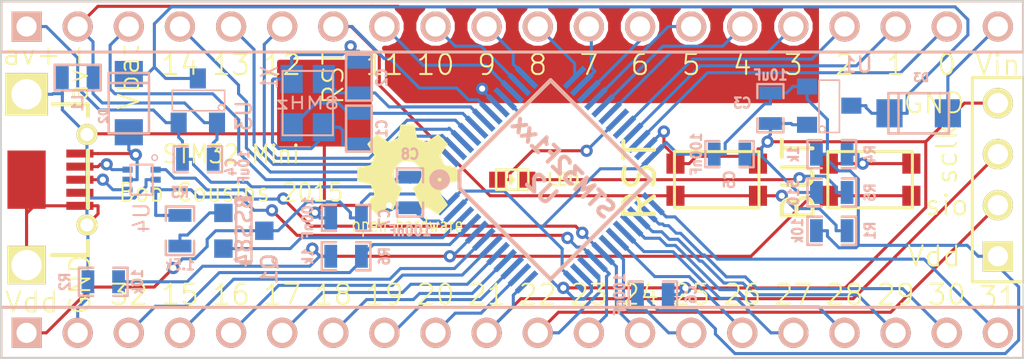
<source format=kicad_pcb>
(kicad_pcb (version 3) (host pcbnew "(2013-07-07 BZR 4022)-stable")

  (general
    (links 112)
    (no_connects 0)
    (area 11.399524 18.335001 79.4324 50.4574)
    (thickness 1.6002)
    (drawings 52)
    (tracks 593)
    (zones 0)
    (modules 32)
    (nets 53)
  )

  (page A4)
  (title_block 
    (title MicropendousX-1343)
    (rev 2.0)
    (company "Opendous Inc.")
    (comment 2 http://creativecommons.org/licenses/by/3.0/)
    (comment 3 "Copyright Under the Creative Commons Attribution License")
    (comment 4 www.MicropendousX.org)
  )

  (layers
    (15 Front signal hide)
    (0 Back signal hide)
    (16 B.Adhes user)
    (17 F.Adhes user)
    (18 B.Paste user)
    (19 F.Paste user)
    (20 B.SilkS user hide)
    (21 F.SilkS user)
    (22 B.Mask user)
    (23 F.Mask user hide)
    (24 Dwgs.User user hide)
    (25 Cmts.User user)
    (26 Eco1.User user)
    (27 Eco2.User user)
    (28 Edge.Cuts user)
  )

  (setup
    (last_trace_width 0.1524)
    (trace_clearance 0.1524)
    (zone_clearance 0.2032)
    (zone_45_only no)
    (trace_min 0.1524)
    (segment_width 0.1)
    (edge_width 0.1)
    (via_size 0.6096)
    (via_drill 0.3048)
    (via_min_size 0.6096)
    (via_min_drill 0.3048)
    (uvia_size 0.508)
    (uvia_drill 0.127)
    (uvias_allowed no)
    (uvia_min_size 0.508)
    (uvia_min_drill 0.127)
    (pcb_text_width 0.1)
    (pcb_text_size 1 1)
    (mod_edge_width 0.1)
    (mod_text_size 1 1)
    (mod_text_width 0.1)
    (pad_size 0.3 0.5)
    (pad_drill 0)
    (pad_to_mask_clearance 0.254)
    (aux_axis_origin 26 48.46)
    (visible_elements FFFFFD9F)
    (pcbplotparams
      (layerselection 284196865)
      (usegerberextensions true)
      (excludeedgelayer false)
      (linewidth 0.150000)
      (plotframeref false)
      (viasonmask false)
      (mode 1)
      (useauxorigin true)
      (hpglpennumber 1)
      (hpglpenspeed 20)
      (hpglpendiameter 15)
      (hpglpenoverlay 0)
      (psnegative false)
      (psa4output false)
      (plotreference true)
      (plotvalue true)
      (plotothertext true)
      (plotinvisibletext false)
      (padsonsilk false)
      (subtractmaskfromsilk false)
      (outputformat 1)
      (mirror false)
      (drillshape 0)
      (scaleselection 1)
      (outputdirectory gerbers/))
  )

  (net 0 "")
  (net 1 /AV+)
  (net 2 /AV-)
  (net 3 /BOOT0)
  (net 4 /D0)
  (net 5 /D1)
  (net 6 /D10)
  (net 7 /D11)
  (net 8 /D12)
  (net 9 /D13)
  (net 10 /D14)
  (net 11 /D15)
  (net 12 /D16)
  (net 13 /D17)
  (net 14 /D18)
  (net 15 /D19)
  (net 16 /D2)
  (net 17 /D20)
  (net 18 /D21_SWCLK)
  (net 19 /D22_SWIO)
  (net 20 /D23_USBDP)
  (net 21 /D24_USBDM)
  (net 22 /D25)
  (net 23 /D26)
  (net 24 /D27)
  (net 25 /D28)
  (net 26 /D29)
  (net 27 /D3)
  (net 28 /D30)
  (net 29 /D31)
  (net 30 /D32)
  (net 31 /D33)
  (net 32 /D4)
  (net 33 /D5)
  (net 34 /D6)
  (net 35 /D7)
  (net 36 /D8)
  (net 37 /D9)
  (net 38 /DISC)
  (net 39 /VBAT)
  (net 40 /VBUS)
  (net 41 /nRESET)
  (net 42 GND)
  (net 43 N-0000010)
  (net 44 N-0000023)
  (net 45 N-0000026)
  (net 46 N-0000034)
  (net 47 N-0000035)
  (net 48 N-0000036)
  (net 49 N-0000038)
  (net 50 N-000009)
  (net 51 VDD)
  (net 52 VIN)

  (net_class Default "This is the default net class."
    (clearance 0.1524)
    (trace_width 0.1524)
    (via_dia 0.6096)
    (via_drill 0.3048)
    (uvia_dia 0.508)
    (uvia_drill 0.127)
    (add_net "")
    (add_net /AV+)
    (add_net /AV-)
    (add_net /BOOT0)
    (add_net /D0)
    (add_net /D1)
    (add_net /D10)
    (add_net /D11)
    (add_net /D12)
    (add_net /D13)
    (add_net /D14)
    (add_net /D15)
    (add_net /D16)
    (add_net /D17)
    (add_net /D18)
    (add_net /D19)
    (add_net /D2)
    (add_net /D20)
    (add_net /D21_SWCLK)
    (add_net /D22_SWIO)
    (add_net /D23_USBDP)
    (add_net /D24_USBDM)
    (add_net /D25)
    (add_net /D26)
    (add_net /D27)
    (add_net /D28)
    (add_net /D29)
    (add_net /D3)
    (add_net /D30)
    (add_net /D31)
    (add_net /D32)
    (add_net /D33)
    (add_net /D4)
    (add_net /D5)
    (add_net /D6)
    (add_net /D7)
    (add_net /D8)
    (add_net /D9)
    (add_net /DISC)
    (add_net /VBAT)
    (add_net /VBUS)
    (add_net /nRESET)
    (add_net GND)
    (add_net N-0000010)
    (add_net N-0000023)
    (add_net N-0000026)
    (add_net N-0000034)
    (add_net N-0000035)
    (add_net N-0000036)
    (add_net N-0000038)
    (add_net N-000009)
    (add_net VDD)
    (add_net VIN)
  )

  (module SM0603_Capa (layer Back) (tedit 54A57500) (tstamp 54A63463)
    (at 43.78 37.03 270)
    (path /502FD3F0)
    (attr smd)
    (fp_text reference C1 (at 0 -1.143 270) (layer B.SilkS)
      (effects (font (size 0.508 0.4572) (thickness 0.1143)) (justify mirror))
    )
    (fp_text value 20pF (at 0 0 270) (layer B.SilkS) hide
      (effects (font (size 0.508 0.4572) (thickness 0.1143)) (justify mirror))
    )
    (fp_line (start -1.143 0.635) (end 1.143 0.635) (layer B.SilkS) (width 0.127))
    (fp_line (start 1.143 0.635) (end 1.143 -0.635) (layer B.SilkS) (width 0.127))
    (fp_line (start 1.143 -0.635) (end -1.143 -0.635) (layer B.SilkS) (width 0.127))
    (fp_line (start -1.143 -0.635) (end -1.143 0.635) (layer B.SilkS) (width 0.127))
    (pad 1 smd rect (at -0.762 0 270) (size 0.635 1.143)
      (layers Back B.Paste B.Mask)
      (net 46 N-0000034)
    )
    (pad 2 smd rect (at 0.762 0 270) (size 0.635 1.143)
      (layers Back B.Paste B.Mask)
      (net 42 GND)
    )
    (model smd\capacitors\C0603.wrl
      (at (xyz 0 0 0.001))
      (scale (xyz 0.5 0.5 0.5))
      (rotate (xyz 0 0 0))
    )
  )

  (module SM0603_Capa (layer Back) (tedit 54A574FE) (tstamp 54A63420)
    (at 43.78 34.49 90)
    (path /502FD3F5)
    (attr smd)
    (fp_text reference C2 (at 0 1.143 90) (layer B.SilkS)
      (effects (font (size 0.508 0.4572) (thickness 0.1143)) (justify mirror))
    )
    (fp_text value 20pF (at 0 0 90) (layer B.SilkS) hide
      (effects (font (size 0.508 0.4572) (thickness 0.1143)) (justify mirror))
    )
    (fp_line (start -1.143 0.635) (end 1.143 0.635) (layer B.SilkS) (width 0.127))
    (fp_line (start 1.143 0.635) (end 1.143 -0.635) (layer B.SilkS) (width 0.127))
    (fp_line (start 1.143 -0.635) (end -1.143 -0.635) (layer B.SilkS) (width 0.127))
    (fp_line (start -1.143 -0.635) (end -1.143 0.635) (layer B.SilkS) (width 0.127))
    (pad 1 smd rect (at -0.762 0 90) (size 0.635 1.143)
      (layers Back B.Paste B.Mask)
      (net 47 N-0000035)
    )
    (pad 2 smd rect (at 0.762 0 90) (size 0.635 1.143)
      (layers Back B.Paste B.Mask)
      (net 42 GND)
    )
    (model smd\capacitors\C0603.wrl
      (at (xyz 0 0 0.001))
      (scale (xyz 0.5 0.5 0.5))
      (rotate (xyz 0 0 0))
    )
  )

  (module QFP48_0.5mm_7x7mm_SOT313_LPC1343 (layer Back) (tedit 54A55A6C) (tstamp 50301951)
    (at 53.305 39.57 315)
    (path /502FD36B)
    (fp_text reference U2 (at 0 0.635 315) (layer B.SilkS)
      (effects (font (size 0.8128 0.8128) (thickness 0.2032)) (justify mirror))
    )
    (fp_text value STM32F1xx (at 0 -0.898026 315) (layer B.SilkS)
      (effects (font (size 0.8128 0.8128) (thickness 0.2032)) (justify mirror))
    )
    (fp_circle (center -3.8989 3.8989) (end -3.50012 4.0005) (layer B.SilkS) (width 0.2032))
    (fp_circle (center -3.8989 3.8989) (end -3.79984 3.8989) (layer B.SilkS) (width 0.2032))
    (fp_circle (center -3.8989 3.8989) (end -4.09956 4.09956) (layer B.SilkS) (width 0.2032))
    (fp_line (start -2.90068 3.50012) (end 3.50012 3.50012) (layer B.SilkS) (width 0.2032))
    (fp_line (start 3.50012 3.50012) (end 3.50012 -3.50012) (layer B.SilkS) (width 0.2032))
    (fp_line (start 3.50012 -3.50012) (end -3.50012 -3.50012) (layer B.SilkS) (width 0.2032))
    (fp_line (start -3.50012 -3.50012) (end -3.50012 2.90068) (layer B.SilkS) (width 0.2032))
    (fp_line (start -2.90068 3.50012) (end -3.50012 2.90068) (layer B.SilkS) (width 0.2032))
    (pad 1 smd rect (at -4.445 2.75336 225) (size 0.2667 1.397)
      (layers Back B.Paste B.Mask)
      (net 39 /VBAT)
    )
    (pad 13 smd rect (at -2.75336 -4.445 315) (size 0.2667 1.397)
      (layers Back B.Paste B.Mask)
      (net 36 /D8)
    )
    (pad 25 smd rect (at 4.445 -2.75336 45) (size 0.2667 1.397)
      (layers Back B.Paste B.Mask)
      (net 29 /D31)
    )
    (pad 37 smd rect (at 2.75336 4.445 315) (size 0.2667 1.397)
      (layers Back B.Paste B.Mask)
      (net 18 /D21_SWCLK)
    )
    (pad 2 smd rect (at -4.445 2.25298 225) (size 0.2667 1.397)
      (layers Back B.Paste B.Mask)
      (net 10 /D14)
    )
    (pad 14 smd rect (at -2.25298 -4.445 315) (size 0.2667 1.397)
      (layers Back B.Paste B.Mask)
      (net 35 /D7)
    )
    (pad 26 smd rect (at 4.445 -2.25298 45) (size 0.2667 1.397)
      (layers Back B.Paste B.Mask)
      (net 28 /D30)
    )
    (pad 38 smd rect (at 2.25298 4.445 315) (size 0.2667 1.397)
      (layers Back B.Paste B.Mask)
      (net 17 /D20)
    )
    (pad 3 smd rect (at -4.445 1.7526 225) (size 0.2667 1.397)
      (layers Back B.Paste B.Mask)
      (net 9 /D13)
    )
    (pad 15 smd rect (at -1.7526 -4.445 315) (size 0.2667 1.397)
      (layers Back B.Paste B.Mask)
      (net 34 /D6)
    )
    (pad 27 smd rect (at 4.445 -1.7526 45) (size 0.2667 1.397)
      (layers Back B.Paste B.Mask)
      (net 26 /D29)
    )
    (pad 39 smd rect (at 1.7526 4.445 315) (size 0.2667 1.397)
      (layers Back B.Paste B.Mask)
      (net 15 /D19)
    )
    (pad 4 smd rect (at -4.445 1.25222 225) (size 0.2667 1.397)
      (layers Back B.Paste B.Mask)
      (net 8 /D12)
    )
    (pad 16 smd rect (at -1.25222 -4.445 315) (size 0.2667 1.397)
      (layers Back B.Paste B.Mask)
      (net 33 /D5)
    )
    (pad 28 smd rect (at 4.445 -1.25222 45) (size 0.2667 1.397)
      (layers Back B.Paste B.Mask)
      (net 25 /D28)
    )
    (pad 40 smd rect (at 1.25222 4.445 315) (size 0.2667 1.397)
      (layers Back B.Paste B.Mask)
      (net 14 /D18)
    )
    (pad 5 smd rect (at -4.445 0.75184 225) (size 0.2667 1.397)
      (layers Back B.Paste B.Mask)
      (net 46 N-0000034)
    )
    (pad 17 smd rect (at -0.75184 -4.445 315) (size 0.2667 1.397)
      (layers Back B.Paste B.Mask)
      (net 32 /D4)
    )
    (pad 29 smd rect (at 4.445 -0.75184 45) (size 0.2667 1.397)
      (layers Back B.Paste B.Mask)
      (net 24 /D27)
    )
    (pad 41 smd rect (at 0.75184 4.445 315) (size 0.2667 1.397)
      (layers Back B.Paste B.Mask)
      (net 13 /D17)
    )
    (pad 6 smd rect (at -4.445 0.25146 225) (size 0.2667 1.397)
      (layers Back B.Paste B.Mask)
      (net 47 N-0000035)
    )
    (pad 18 smd rect (at -0.25146 -4.445 315) (size 0.2667 1.397)
      (layers Back B.Paste B.Mask)
      (net 27 /D3)
    )
    (pad 30 smd rect (at 4.445 -0.25146 45) (size 0.2667 1.397)
      (layers Back B.Paste B.Mask)
      (net 23 /D26)
    )
    (pad 42 smd rect (at 0.25146 4.445 315) (size 0.2667 1.397)
      (layers Back B.Paste B.Mask)
      (net 12 /D16)
    )
    (pad 7 smd rect (at -4.445 -0.24892 225) (size 0.2667 1.397)
      (layers Back B.Paste B.Mask)
      (net 41 /nRESET)
    )
    (pad 19 smd rect (at 0.24892 -4.445 315) (size 0.2667 1.397)
      (layers Back B.Paste B.Mask)
      (net 31 /D33)
    )
    (pad 31 smd rect (at 4.445 0.24892 45) (size 0.2667 1.397)
      (layers Back B.Paste B.Mask)
      (net 22 /D25)
    )
    (pad 43 smd rect (at -0.24892 4.445 315) (size 0.2667 1.397)
      (layers Back B.Paste B.Mask)
      (net 11 /D15)
    )
    (pad 8 smd rect (at -4.445 -0.7493 225) (size 0.2667 1.397)
      (layers Back B.Paste B.Mask)
      (net 2 /AV-)
    )
    (pad 20 smd rect (at 0.7493 -4.445 315) (size 0.2667 1.397)
      (layers Back B.Paste B.Mask)
      (net 16 /D2)
    )
    (pad 32 smd rect (at 4.445 0.7493 45) (size 0.2667 1.397)
      (layers Back B.Paste B.Mask)
      (net 21 /D24_USBDM)
    )
    (pad 44 smd rect (at -0.7493 4.445 315) (size 0.2667 1.397)
      (layers Back B.Paste B.Mask)
      (net 3 /BOOT0)
    )
    (pad 9 smd rect (at -4.445 -1.24968 225) (size 0.2667 1.397)
      (layers Back B.Paste B.Mask)
      (net 1 /AV+)
    )
    (pad 21 smd rect (at 1.24968 -4.445 315) (size 0.2667 1.397)
      (layers Back B.Paste B.Mask)
      (net 5 /D1)
    )
    (pad 33 smd rect (at 4.445 1.24968 45) (size 0.2667 1.397)
      (layers Back B.Paste B.Mask)
      (net 20 /D23_USBDP)
    )
    (pad 45 smd rect (at -1.24968 4.445 315) (size 0.2667 1.397)
      (layers Back B.Paste B.Mask)
      (net 30 /D32)
    )
    (pad 10 smd rect (at -4.445 -1.75006 225) (size 0.2667 1.397)
      (layers Back B.Paste B.Mask)
      (net 7 /D11)
    )
    (pad 22 smd rect (at 1.75006 -4.445 315) (size 0.2667 1.397)
      (layers Back B.Paste B.Mask)
      (net 4 /D0)
    )
    (pad 34 smd rect (at 4.445 1.75006 45) (size 0.2667 1.397)
      (layers Back B.Paste B.Mask)
      (net 19 /D22_SWIO)
    )
    (pad 46 smd rect (at -1.75006 4.445 315) (size 0.2667 1.397)
      (layers Back B.Paste B.Mask)
      (net 38 /DISC)
    )
    (pad 11 smd rect (at -4.445 -2.25044 225) (size 0.2667 1.397)
      (layers Back B.Paste B.Mask)
      (net 6 /D10)
    )
    (pad 23 smd rect (at 2.25044 -4.445 315) (size 0.2667 1.397)
      (layers Back B.Paste B.Mask)
      (net 42 GND)
    )
    (pad 35 smd rect (at 4.445 2.25044 45) (size 0.2667 1.397)
      (layers Back B.Paste B.Mask)
      (net 42 GND)
    )
    (pad 47 smd rect (at -2.25044 4.445 315) (size 0.2667 1.397)
      (layers Back B.Paste B.Mask)
      (net 42 GND)
    )
    (pad 12 smd rect (at -4.445 -2.75082 225) (size 0.2667 1.397)
      (layers Back B.Paste B.Mask)
      (net 37 /D9)
    )
    (pad 24 smd rect (at 2.75082 -4.445 315) (size 0.2667 1.397)
      (layers Back B.Paste B.Mask)
      (net 51 VDD)
    )
    (pad 36 smd rect (at 4.445 2.75082 45) (size 0.2667 1.397)
      (layers Back B.Paste B.Mask)
      (net 51 VDD)
    )
    (pad 48 smd rect (at -2.75082 4.445 315) (size 0.2667 1.397)
      (layers Back B.Paste B.Mask)
      (net 51 VDD)
    )
    (model walter/smd_lqfp/lqfp-48.wrl
      (at (xyz 0 0 0))
      (scale (xyz 1 1 1))
      (rotate (xyz 0 0 90))
    )
  )

  (module SOT23GDS (layer Back) (tedit 54A6FF89) (tstamp 54A633C9)
    (at 38.065 42.11 270)
    (descr "Module CMS SOT23 Transistore EBC")
    (tags "CMS SOT")
    (path /54A549D7)
    (attr smd)
    (fp_text reference Q1 (at 1.905 -1.27 270) (layer B.SilkS)
      (effects (font (size 0.762 0.762) (thickness 0.12954)) (justify mirror))
    )
    (fp_text value BSS84 (at 0 0 270) (layer B.SilkS)
      (effects (font (size 0.762 0.762) (thickness 0.12954)) (justify mirror))
    )
    (fp_line (start -1.524 0.381) (end 1.524 0.381) (layer B.SilkS) (width 0.11938))
    (fp_line (start 1.524 0.381) (end 1.524 -0.381) (layer B.SilkS) (width 0.11938))
    (fp_line (start 1.524 -0.381) (end -1.524 -0.381) (layer B.SilkS) (width 0.11938))
    (fp_line (start -1.524 -0.381) (end -1.524 0.381) (layer B.SilkS) (width 0.11938))
    (pad S smd rect (at -0.889 1.016 270) (size 0.9144 0.9144)
      (layers Back B.Paste B.Mask)
      (net 45 N-0000026)
    )
    (pad G smd rect (at 0.889 1.016 270) (size 0.9144 0.9144)
      (layers Back B.Paste B.Mask)
      (net 38 /DISC)
    )
    (pad D smd rect (at 0 -1.016 270) (size 0.9144 0.9144)
      (layers Back B.Paste B.Mask)
      (net 51 VDD)
    )
    (model smd/cms_sot23.wrl
      (at (xyz 0 0 0))
      (scale (xyz 0.13 0.15 0.15))
      (rotate (xyz 0 0 0))
    )
  )

  (module SM0603_Resistor (layer Back) (tedit 54A5D15B) (tstamp 54A55059)
    (at 43.145 43.38 180)
    (path /54A54052)
    (attr smd)
    (fp_text reference R6 (at -1.905 0 450) (layer B.SilkS)
      (effects (font (size 0.50038 0.4572) (thickness 0.1143)) (justify mirror))
    )
    (fp_text value 1k (at 1.905 0 450) (layer B.SilkS)
      (effects (font (size 0.508 0.4572) (thickness 0.1143)) (justify mirror))
    )
    (fp_line (start -0.50038 0.6985) (end -1.2065 0.6985) (layer B.SilkS) (width 0.127))
    (fp_line (start -1.2065 0.6985) (end -1.2065 -0.6985) (layer B.SilkS) (width 0.127))
    (fp_line (start -1.2065 -0.6985) (end -0.50038 -0.6985) (layer B.SilkS) (width 0.127))
    (fp_line (start 1.2065 0.6985) (end 0.50038 0.6985) (layer B.SilkS) (width 0.127))
    (fp_line (start 1.2065 0.6985) (end 1.2065 -0.6985) (layer B.SilkS) (width 0.127))
    (fp_line (start 1.2065 -0.6985) (end 0.50038 -0.6985) (layer B.SilkS) (width 0.127))
    (pad 1 smd rect (at -0.762 0 180) (size 0.635 1.143)
      (layers Back B.Paste B.Mask)
      (net 30 /D32)
    )
    (pad 2 smd rect (at 0.762 0 180) (size 0.635 1.143)
      (layers Back B.Paste B.Mask)
      (net 3 /BOOT0)
    )
    (model smd\resistors\R0603.wrl
      (at (xyz 0 0 0.001))
      (scale (xyz 0.5 0.5 0.5))
      (rotate (xyz 0 0 0))
    )
  )

  (module XTAL-3.2x2.5mm (layer Back) (tedit 54A6FF58) (tstamp 5030162E)
    (at 41.24 35.76 90)
    (path /54A56DBD)
    (fp_text reference X1 (at 1.27 -1.905 90) (layer B.SilkS)
      (effects (font (size 0.8001 0.59944) (thickness 0.09906)) (justify mirror))
    )
    (fp_text value 8MHz (at 0 0 360) (layer B.SilkS)
      (effects (font (size 0.59944 0.8001) (thickness 0.09906)) (justify mirror))
    )
    (fp_line (start -1.6002 1.25048) (end 1.6002 1.25048) (layer B.SilkS) (width 0.09906))
    (fp_line (start 1.6002 1.25048) (end 1.6002 -1.24888) (layer B.SilkS) (width 0.09906))
    (fp_line (start 1.6002 -1.24888) (end -1.6002 -1.24888) (layer B.SilkS) (width 0.09906))
    (fp_line (start -1.6002 -1.24888) (end -1.6002 1.25048) (layer B.SilkS) (width 0.09906))
    (pad 1 smd rect (at -1.2 -0.8 90) (size 1.4 1.09982)
      (layers Back B.Paste B.Mask)
      (net 46 N-0000034)
    )
    (pad 3 smd rect (at 1.2 0.8 90) (size 1.4 1.09982)
      (layers Back B.Paste B.Mask)
      (net 47 N-0000035)
    )
    (pad 2 smd rect (at 1.2 -0.8 90) (size 1.4 1.09982)
      (layers Back B.Paste B.Mask)
      (net 42 GND)
    )
    (pad 4 smd rect (at -1.2 0.8 90) (size 1.4 1.09982)
      (layers Back B.Paste B.Mask)
      (net 42 GND)
    )
    (model ..\KiCAD_Libraries\packages3d\rmc\Abracon\ABMM2k.wrl
      (at (xyz 0 0 0.001))
      (scale (xyz 0.533 0.6944 0.5833))
      (rotate (xyz 0 0 0))
    )
  )

  (module SM0603_Capa (layer Back) (tedit 54A6FF34) (tstamp 50301633)
    (at 64.227 36.014 270)
    (path /502FD443)
    (attr smd)
    (fp_text reference C3 (at -0.254 1.397 540) (layer B.SilkS)
      (effects (font (size 0.508 0.4572) (thickness 0.1143)) (justify mirror))
    )
    (fp_text value 10uF (at -1.651 0 540) (layer B.SilkS)
      (effects (font (size 0.508 0.4572) (thickness 0.1143)) (justify mirror))
    )
    (fp_line (start 0.50038 -0.65024) (end 1.19888 -0.65024) (layer B.SilkS) (width 0.11938))
    (fp_line (start -0.50038 -0.65024) (end -1.19888 -0.65024) (layer B.SilkS) (width 0.11938))
    (fp_line (start 0.50038 0.65024) (end 1.19888 0.65024) (layer B.SilkS) (width 0.11938))
    (fp_line (start -1.19888 0.65024) (end -0.50038 0.65024) (layer B.SilkS) (width 0.11938))
    (fp_line (start 1.19888 0.635) (end 1.19888 -0.635) (layer B.SilkS) (width 0.11938))
    (fp_line (start -1.19888 -0.635) (end -1.19888 0.635) (layer B.SilkS) (width 0.11938))
    (pad 1 smd rect (at -0.762 0 270) (size 0.635 1.143)
      (layers Back B.Paste B.Mask)
      (net 51 VDD)
    )
    (pad 2 smd rect (at 0.762 0 270) (size 0.635 1.143)
      (layers Back B.Paste B.Mask)
      (net 42 GND)
    )
    (model smd\capacitors\C0603.wrl
      (at (xyz 0 0 0.001))
      (scale (xyz 0.5 0.5 0.5))
      (rotate (xyz 0 0 0))
    )
  )

  (module SM0603_Capa (layer Back) (tedit 54A6FF32) (tstamp 50301637)
    (at 62.195 38.3)
    (path /50300B0B)
    (attr smd)
    (fp_text reference C5 (at 0 1.27 270) (layer B.SilkS)
      (effects (font (size 0.508 0.4572) (thickness 0.1143)) (justify mirror))
    )
    (fp_text value 100nF (at -1.651 0 270) (layer B.SilkS)
      (effects (font (size 0.508 0.4572) (thickness 0.1143)) (justify mirror))
    )
    (fp_line (start 0.50038 -0.65024) (end 1.19888 -0.65024) (layer B.SilkS) (width 0.11938))
    (fp_line (start -0.50038 -0.65024) (end -1.19888 -0.65024) (layer B.SilkS) (width 0.11938))
    (fp_line (start 0.50038 0.65024) (end 1.19888 0.65024) (layer B.SilkS) (width 0.11938))
    (fp_line (start -1.19888 0.65024) (end -0.50038 0.65024) (layer B.SilkS) (width 0.11938))
    (fp_line (start 1.19888 0.635) (end 1.19888 -0.635) (layer B.SilkS) (width 0.11938))
    (fp_line (start -1.19888 -0.635) (end -1.19888 0.635) (layer B.SilkS) (width 0.11938))
    (pad 1 smd rect (at -0.762 0) (size 0.635 1.143)
      (layers Back B.Paste B.Mask)
      (net 51 VDD)
    )
    (pad 2 smd rect (at 0.762 0) (size 0.635 1.143)
      (layers Back B.Paste B.Mask)
      (net 42 GND)
    )
    (model smd\capacitors\C0603.wrl
      (at (xyz 0 0 0.001))
      (scale (xyz 0.5 0.5 0.5))
      (rotate (xyz 0 0 0))
    )
  )

  (module SM0603_Capa (layer Back) (tedit 54A5D153) (tstamp 50301639)
    (at 58.385 45.285)
    (path /50300FEB)
    (attr smd)
    (fp_text reference C6 (at 1.905 0 270) (layer B.SilkS)
      (effects (font (size 0.508 0.4572) (thickness 0.1143)) (justify mirror))
    )
    (fp_text value 100nF (at -1.651 0 270) (layer B.SilkS)
      (effects (font (size 0.508 0.4572) (thickness 0.1143)) (justify mirror))
    )
    (fp_line (start 0.50038 -0.65024) (end 1.19888 -0.65024) (layer B.SilkS) (width 0.11938))
    (fp_line (start -0.50038 -0.65024) (end -1.19888 -0.65024) (layer B.SilkS) (width 0.11938))
    (fp_line (start 0.50038 0.65024) (end 1.19888 0.65024) (layer B.SilkS) (width 0.11938))
    (fp_line (start -1.19888 0.65024) (end -0.50038 0.65024) (layer B.SilkS) (width 0.11938))
    (fp_line (start 1.19888 0.635) (end 1.19888 -0.635) (layer B.SilkS) (width 0.11938))
    (fp_line (start -1.19888 -0.635) (end -1.19888 0.635) (layer B.SilkS) (width 0.11938))
    (pad 1 smd rect (at -0.762 0) (size 0.635 1.143)
      (layers Back B.Paste B.Mask)
      (net 51 VDD)
    )
    (pad 2 smd rect (at 0.762 0) (size 0.635 1.143)
      (layers Back B.Paste B.Mask)
      (net 42 GND)
    )
    (model smd\capacitors\C0603.wrl
      (at (xyz 0 0 0.001))
      (scale (xyz 0.5 0.5 0.5))
      (rotate (xyz 0 0 0))
    )
  )

  (module SM0603_Capa (layer Back) (tedit 54A5D15E) (tstamp 54A635A8)
    (at 43.145 41.475 180)
    (path /50300FED)
    (attr smd)
    (fp_text reference C7 (at -1.905 0 450) (layer B.SilkS)
      (effects (font (size 0.508 0.4572) (thickness 0.1143)) (justify mirror))
    )
    (fp_text value 100nF (at 1.905 0 450) (layer B.SilkS)
      (effects (font (size 0.508 0.4572) (thickness 0.1143)) (justify mirror))
    )
    (fp_line (start 0.50038 -0.65024) (end 1.19888 -0.65024) (layer B.SilkS) (width 0.11938))
    (fp_line (start -0.50038 -0.65024) (end -1.19888 -0.65024) (layer B.SilkS) (width 0.11938))
    (fp_line (start 0.50038 0.65024) (end 1.19888 0.65024) (layer B.SilkS) (width 0.11938))
    (fp_line (start -1.19888 0.65024) (end -0.50038 0.65024) (layer B.SilkS) (width 0.11938))
    (fp_line (start 1.19888 0.635) (end 1.19888 -0.635) (layer B.SilkS) (width 0.11938))
    (fp_line (start -1.19888 -0.635) (end -1.19888 0.635) (layer B.SilkS) (width 0.11938))
    (pad 1 smd rect (at -0.762 0 180) (size 0.635 1.143)
      (layers Back B.Paste B.Mask)
      (net 51 VDD)
    )
    (pad 2 smd rect (at 0.762 0 180) (size 0.635 1.143)
      (layers Back B.Paste B.Mask)
      (net 42 GND)
    )
    (model smd\capacitors\C0603.wrl
      (at (xyz 0 0 0.001))
      (scale (xyz 0.5 0.5 0.5))
      (rotate (xyz 0 0 0))
    )
  )

  (module SM0603_Capa (layer Back) (tedit 54A5D171) (tstamp 54A63624)
    (at 46.32 40.205 270)
    (path /50301045)
    (attr smd)
    (fp_text reference C8 (at -1.905 0 540) (layer B.SilkS)
      (effects (font (size 0.508 0.4572) (thickness 0.1143)) (justify mirror))
    )
    (fp_text value 100nF (at 1.905 0 540) (layer B.SilkS)
      (effects (font (size 0.508 0.4572) (thickness 0.1143)) (justify mirror))
    )
    (fp_line (start 0.50038 -0.65024) (end 1.19888 -0.65024) (layer B.SilkS) (width 0.11938))
    (fp_line (start -0.50038 -0.65024) (end -1.19888 -0.65024) (layer B.SilkS) (width 0.11938))
    (fp_line (start 0.50038 0.65024) (end 1.19888 0.65024) (layer B.SilkS) (width 0.11938))
    (fp_line (start -1.19888 0.65024) (end -0.50038 0.65024) (layer B.SilkS) (width 0.11938))
    (fp_line (start 1.19888 0.635) (end 1.19888 -0.635) (layer B.SilkS) (width 0.11938))
    (fp_line (start -1.19888 -0.635) (end -1.19888 0.635) (layer B.SilkS) (width 0.11938))
    (pad 1 smd rect (at -0.762 0 270) (size 0.635 1.143)
      (layers Back B.Paste B.Mask)
      (net 1 /AV+)
    )
    (pad 2 smd rect (at 0.762 0 270) (size 0.635 1.143)
      (layers Back B.Paste B.Mask)
      (net 42 GND)
    )
    (model smd\capacitors\C0603.wrl
      (at (xyz 0 0 0.001))
      (scale (xyz 0.5 0.5 0.5))
      (rotate (xyz 0 0 0))
    )
  )

  (module SM0603_Resistor (layer Back) (tedit 54A5D148) (tstamp 50301641)
    (at 67.275 38.3)
    (path /54A54033)
    (attr smd)
    (fp_text reference R4 (at 1.905 0 270) (layer B.SilkS)
      (effects (font (size 0.50038 0.4572) (thickness 0.1143)) (justify mirror))
    )
    (fp_text value 1k (at -1.905 0 270) (layer B.SilkS)
      (effects (font (size 0.508 0.4572) (thickness 0.1143)) (justify mirror))
    )
    (fp_line (start -0.50038 0.6985) (end -1.2065 0.6985) (layer B.SilkS) (width 0.127))
    (fp_line (start -1.2065 0.6985) (end -1.2065 -0.6985) (layer B.SilkS) (width 0.127))
    (fp_line (start -1.2065 -0.6985) (end -0.50038 -0.6985) (layer B.SilkS) (width 0.127))
    (fp_line (start 1.2065 0.6985) (end 0.50038 0.6985) (layer B.SilkS) (width 0.127))
    (fp_line (start 1.2065 0.6985) (end 1.2065 -0.6985) (layer B.SilkS) (width 0.127))
    (fp_line (start 1.2065 -0.6985) (end 0.50038 -0.6985) (layer B.SilkS) (width 0.127))
    (pad 1 smd rect (at -0.762 0) (size 0.635 1.143)
      (layers Back B.Paste B.Mask)
      (net 51 VDD)
    )
    (pad 2 smd rect (at 0.762 0) (size 0.635 1.143)
      (layers Back B.Paste B.Mask)
      (net 50 N-000009)
    )
    (model smd\resistors\R0603.wrl
      (at (xyz 0 0 0.001))
      (scale (xyz 0.5 0.5 0.5))
      (rotate (xyz 0 0 0))
    )
  )

  (module SM0603_Resistor (layer Back) (tedit 54A5D187) (tstamp 50301643)
    (at 34.89 42.11 90)
    (path /54A5573B)
    (attr smd)
    (fp_text reference R3 (at 1.905 0 360) (layer B.SilkS)
      (effects (font (size 0.50038 0.4572) (thickness 0.1143)) (justify mirror))
    )
    (fp_text value 1.5k (at -1.69926 0 360) (layer B.SilkS)
      (effects (font (size 0.508 0.4572) (thickness 0.1143)) (justify mirror))
    )
    (fp_line (start -0.50038 0.6985) (end -1.2065 0.6985) (layer B.SilkS) (width 0.127))
    (fp_line (start -1.2065 0.6985) (end -1.2065 -0.6985) (layer B.SilkS) (width 0.127))
    (fp_line (start -1.2065 -0.6985) (end -0.50038 -0.6985) (layer B.SilkS) (width 0.127))
    (fp_line (start 1.2065 0.6985) (end 0.50038 0.6985) (layer B.SilkS) (width 0.127))
    (fp_line (start 1.2065 0.6985) (end 1.2065 -0.6985) (layer B.SilkS) (width 0.127))
    (fp_line (start 1.2065 -0.6985) (end 0.50038 -0.6985) (layer B.SilkS) (width 0.127))
    (pad 1 smd rect (at -0.762 0 90) (size 0.635 1.143)
      (layers Back B.Paste B.Mask)
      (net 45 N-0000026)
    )
    (pad 2 smd rect (at 0.762 0 90) (size 0.635 1.143)
      (layers Back B.Paste B.Mask)
      (net 20 /D23_USBDP)
    )
    (model smd\resistors\R0603.wrl
      (at (xyz 0 0 0.001))
      (scale (xyz 0.5 0.5 0.5))
      (rotate (xyz 0 0 0))
    )
  )

  (module SM0603_Resistor (layer Back) (tedit 54A5D18D) (tstamp 50301645)
    (at 31.08 44.65 180)
    (path /50300549)
    (attr smd)
    (fp_text reference R2 (at 1.905 0 450) (layer B.SilkS)
      (effects (font (size 0.50038 0.4572) (thickness 0.1143)) (justify mirror))
    )
    (fp_text value 10k (at -1.69926 0 450) (layer B.SilkS)
      (effects (font (size 0.508 0.4572) (thickness 0.1143)) (justify mirror))
    )
    (fp_line (start -0.50038 0.6985) (end -1.2065 0.6985) (layer B.SilkS) (width 0.127))
    (fp_line (start -1.2065 0.6985) (end -1.2065 -0.6985) (layer B.SilkS) (width 0.127))
    (fp_line (start -1.2065 -0.6985) (end -0.50038 -0.6985) (layer B.SilkS) (width 0.127))
    (fp_line (start 1.2065 0.6985) (end 0.50038 0.6985) (layer B.SilkS) (width 0.127))
    (fp_line (start 1.2065 0.6985) (end 1.2065 -0.6985) (layer B.SilkS) (width 0.127))
    (fp_line (start 1.2065 -0.6985) (end 0.50038 -0.6985) (layer B.SilkS) (width 0.127))
    (pad 1 smd rect (at -0.762 0 180) (size 0.635 1.143)
      (layers Back B.Paste B.Mask)
      (net 3 /BOOT0)
    )
    (pad 2 smd rect (at 0.762 0 180) (size 0.635 1.143)
      (layers Back B.Paste B.Mask)
      (net 42 GND)
    )
    (model smd\resistors\R0603.wrl
      (at (xyz 0 0 0.001))
      (scale (xyz 0.5 0.5 0.5))
      (rotate (xyz 0 0 0))
    )
  )

  (module SM0603_Resistor (layer Back) (tedit 54A5D13E) (tstamp 50301647)
    (at 67.275 42.11)
    (path /502FD8CC)
    (attr smd)
    (fp_text reference R1 (at 1.905 0 270) (layer B.SilkS)
      (effects (font (size 0.50038 0.4572) (thickness 0.1143)) (justify mirror))
    )
    (fp_text value 10k (at -1.69926 0 270) (layer B.SilkS)
      (effects (font (size 0.508 0.4572) (thickness 0.1143)) (justify mirror))
    )
    (fp_line (start -0.50038 0.6985) (end -1.2065 0.6985) (layer B.SilkS) (width 0.127))
    (fp_line (start -1.2065 0.6985) (end -1.2065 -0.6985) (layer B.SilkS) (width 0.127))
    (fp_line (start -1.2065 -0.6985) (end -0.50038 -0.6985) (layer B.SilkS) (width 0.127))
    (fp_line (start 1.2065 0.6985) (end 0.50038 0.6985) (layer B.SilkS) (width 0.127))
    (fp_line (start 1.2065 0.6985) (end 1.2065 -0.6985) (layer B.SilkS) (width 0.127))
    (fp_line (start 1.2065 -0.6985) (end 0.50038 -0.6985) (layer B.SilkS) (width 0.127))
    (pad 1 smd rect (at -0.762 0) (size 0.635 1.143)
      (layers Back B.Paste B.Mask)
      (net 51 VDD)
    )
    (pad 2 smd rect (at 0.762 0) (size 0.635 1.143)
      (layers Back B.Paste B.Mask)
      (net 41 /nRESET)
    )
    (model smd\resistors\R0603.wrl
      (at (xyz 0 0 0.001))
      (scale (xyz 0.5 0.5 0.5))
      (rotate (xyz 0 0 0))
    )
  )

  (module SM0603_Resistor (layer Back) (tedit 54A5D145) (tstamp 5030B558)
    (at 67.275 40.205 180)
    (path /503027FC)
    (attr smd)
    (fp_text reference R5 (at -1.905 0 450) (layer B.SilkS)
      (effects (font (size 0.50038 0.4572) (thickness 0.1143)) (justify mirror))
    )
    (fp_text value 510 (at 1.905 0 450) (layer B.SilkS)
      (effects (font (size 0.508 0.4572) (thickness 0.1143)) (justify mirror))
    )
    (fp_line (start -0.50038 0.6985) (end -1.2065 0.6985) (layer B.SilkS) (width 0.127))
    (fp_line (start -1.2065 0.6985) (end -1.2065 -0.6985) (layer B.SilkS) (width 0.127))
    (fp_line (start -1.2065 -0.6985) (end -0.50038 -0.6985) (layer B.SilkS) (width 0.127))
    (fp_line (start 1.2065 0.6985) (end 0.50038 0.6985) (layer B.SilkS) (width 0.127))
    (fp_line (start 1.2065 0.6985) (end 1.2065 -0.6985) (layer B.SilkS) (width 0.127))
    (fp_line (start 1.2065 -0.6985) (end 0.50038 -0.6985) (layer B.SilkS) (width 0.127))
    (pad 1 smd rect (at -0.762 0 180) (size 0.635 1.143)
      (layers Back B.Paste B.Mask)
      (net 43 N-0000010)
    )
    (pad 2 smd rect (at 0.762 0 180) (size 0.635 1.143)
      (layers Back B.Paste B.Mask)
      (net 42 GND)
    )
    (model smd\resistors\R0603.wrl
      (at (xyz 0 0 0.001))
      (scale (xyz 0.5 0.5 0.5))
      (rotate (xyz 0 0 0))
    )
  )

  (module SW_C&K_KMR4 (layer Front) (tedit 54A69A86) (tstamp 5030162F)
    (at 69.18 39.57 180)
    (tags Switch)
    (path /5030132C)
    (fp_text reference SW2 (at 0 -3.50012 180) (layer F.SilkS) hide
      (effects (font (size 1.524 1.524) (thickness 0.2032)))
    )
    (fp_text value BUT (at 3.556 0 270) (layer F.SilkS)
      (effects (font (size 1.524 1.524) (thickness 0.2032)))
    )
    (fp_line (start -2.1 -1.4) (end -2.1 1.4) (layer F.SilkS) (width 0.15))
    (fp_line (start -2.1 1.4) (end 2.1 1.4) (layer F.SilkS) (width 0.15))
    (fp_line (start 2.1 1.4) (end 2.1 -1.4) (layer F.SilkS) (width 0.15))
    (fp_line (start -2.1 -1.4) (end 2.1 -1.4) (layer F.SilkS) (width 0.15))
    (pad 1 smd rect (at 2.05 -0.8 180) (size 0.9 1)
      (layers Front F.Paste F.Mask)
      (net 3 /BOOT0)
    )
    (pad 2 smd rect (at 2.05 0.8 180) (size 0.9 1)
      (layers Front F.Paste F.Mask)
      (net 50 N-000009)
    )
    (pad 1 smd rect (at -2.05 -0.8 180) (size 0.9 1)
      (layers Front F.Paste F.Mask)
      (net 3 /BOOT0)
    )
    (pad 2 smd rect (at -2.05 0.8 180) (size 0.9 1)
      (layers Front F.Paste F.Mask)
      (net 50 N-000009)
    )
    (model walter/switch/smd_push2.wrl
      (at (xyz 0 0 0))
      (scale (xyz 0.7 0.5 1))
      (rotate (xyz 0 0 0))
    )
  )

  (module SW_C&K_KMR4 (layer Front) (tedit 54A69A82) (tstamp 50301631)
    (at 61.56 39.57)
    (tags Switch)
    (path /502FD8B7)
    (fp_text reference SW1 (at 0 -3.50012) (layer F.SilkS) hide
      (effects (font (size 1.524 1.524) (thickness 0.2032)))
    )
    (fp_text value RST (at -3.81 0 90) (layer F.SilkS)
      (effects (font (size 1.524 1.524) (thickness 0.2032)))
    )
    (fp_line (start -2.1 -1.4) (end -2.1 1.4) (layer F.SilkS) (width 0.15))
    (fp_line (start -2.1 1.4) (end 2.1 1.4) (layer F.SilkS) (width 0.15))
    (fp_line (start 2.1 1.4) (end 2.1 -1.4) (layer F.SilkS) (width 0.15))
    (fp_line (start -2.1 -1.4) (end 2.1 -1.4) (layer F.SilkS) (width 0.15))
    (pad 1 smd rect (at 2.05 -0.8) (size 0.9 1)
      (layers Front F.Paste F.Mask)
      (net 42 GND)
    )
    (pad 2 smd rect (at 2.05 0.8) (size 0.9 1)
      (layers Front F.Paste F.Mask)
      (net 41 /nRESET)
    )
    (pad 1 smd rect (at -2.05 -0.8) (size 0.9 1)
      (layers Front F.Paste F.Mask)
      (net 42 GND)
    )
    (pad 2 smd rect (at -2.05 0.8) (size 0.9 1)
      (layers Front F.Paste F.Mask)
      (net 41 /nRESET)
    )
    (model walter/switch/smd_push2.wrl
      (at (xyz 0 0 0))
      (scale (xyz 0.7 0.5 1))
      (rotate (xyz 0 0 0))
    )
  )

  (module pin_header_2.54mm_1x4 (layer Front) (tedit 54A6F801) (tstamp 50301668)
    (at 75.53 39.57 90)
    (path /54A55E5E)
    (fp_text reference P4 (at 0 2.54 90) (layer F.SilkS)
      (effects (font (size 1 1) (thickness 0.15)))
    )
    (fp_text value SWD (at 3.175 3.175 90) (layer F.SilkS)
      (effects (font (size 1 1) (thickness 0.15)))
    )
    (fp_line (start 5.08 -1.27) (end -5.08 -1.27) (layer F.SilkS) (width 0.15))
    (fp_line (start -5.08 -1.27) (end -5.08 1.27) (layer F.SilkS) (width 0.15))
    (fp_line (start -5.08 1.27) (end 5.08 1.27) (layer F.SilkS) (width 0.15))
    (fp_line (start 5.08 1.27) (end 5.08 -1.27) (layer F.SilkS) (width 0.15))
    (pad 1 thru_hole rect (at -3.81 0 90) (size 1.5 1.5) (drill 1)
      (layers *.Cu *.Mask F.SilkS)
      (net 51 VDD)
    )
    (pad 2 thru_hole circle (at -1.27 0 90) (size 1.5 1.5) (drill 1)
      (layers *.Cu *.Mask F.SilkS)
      (net 19 /D22_SWIO)
    )
    (pad 3 thru_hole circle (at 1.27 0 90) (size 1.5 1.5) (drill 1)
      (layers *.Cu *.Mask F.SilkS)
      (net 18 /D21_SWCLK)
    )
    (pad 4 thru_hole circle (at 3.81 0 90) (size 1.5 1.5) (drill 1)
      (layers *.Cu *.Mask F.SilkS)
      (net 42 GND)
    )
    (model ../KiCAD_Libraries/packages3d/rmc/connectors/pin_header_2.54mm_1x4.wrl
      (at (xyz 0 0 0))
      (scale (xyz 1 1 1))
      (rotate (xyz 0 0 0))
    )
  )

  (module pin_header_2.54mm_1x20 (layer Back) (tedit 54A558CE) (tstamp 5030166A)
    (at 51.4 47.19)
    (path /54A538E4)
    (fp_text reference P3 (at -5.715 2.54) (layer B.SilkS)
      (effects (font (size 1 1) (thickness 0.15)) (justify mirror))
    )
    (fp_text value CONN_20 (at 0 2.54) (layer B.SilkS)
      (effects (font (size 1 1) (thickness 0.15)) (justify mirror))
    )
    (fp_line (start 25.4 1.27) (end -25.4 1.27) (layer B.SilkS) (width 0.15))
    (fp_line (start -25.4 1.27) (end -25.4 -1.27) (layer B.SilkS) (width 0.15))
    (fp_line (start -25.4 -1.27) (end 25.4 -1.27) (layer B.SilkS) (width 0.15))
    (fp_line (start 25.4 -1.27) (end 25.4 1.27) (layer B.SilkS) (width 0.15))
    (pad 1 thru_hole rect (at -24.13 0) (size 1.5 1.5) (drill 1)
      (layers *.Cu *.Mask B.SilkS)
      (net 51 VDD)
    )
    (pad 2 thru_hole circle (at -21.59 0) (size 1.5 1.5) (drill 1)
      (layers *.Cu *.Mask B.SilkS)
      (net 42 GND)
    )
    (pad 3 thru_hole circle (at -19.05 0) (size 1.5 1.5) (drill 1)
      (layers *.Cu *.Mask B.SilkS)
      (net 30 /D32)
    )
    (pad 4 thru_hole circle (at -16.51 0) (size 1.5 1.5) (drill 1)
      (layers *.Cu *.Mask B.SilkS)
      (net 11 /D15)
    )
    (pad 5 thru_hole circle (at -13.97 0) (size 1.5 1.5) (drill 1)
      (layers *.Cu *.Mask B.SilkS)
      (net 12 /D16)
    )
    (pad 6 thru_hole circle (at -11.43 0) (size 1.5 1.5) (drill 1)
      (layers *.Cu *.Mask B.SilkS)
      (net 13 /D17)
    )
    (pad 7 thru_hole circle (at -8.889999 0) (size 1.5 1.5) (drill 1)
      (layers *.Cu *.Mask B.SilkS)
      (net 14 /D18)
    )
    (pad 8 thru_hole circle (at -6.35 0) (size 1.5 1.5) (drill 1)
      (layers *.Cu *.Mask B.SilkS)
      (net 15 /D19)
    )
    (pad 9 thru_hole circle (at -3.81 0) (size 1.5 1.5) (drill 1)
      (layers *.Cu *.Mask B.SilkS)
      (net 17 /D20)
    )
    (pad 10 thru_hole circle (at -1.27 0) (size 1.5 1.5) (drill 1)
      (layers *.Cu *.Mask B.SilkS)
      (net 18 /D21_SWCLK)
    )
    (pad 11 thru_hole circle (at 1.27 0) (size 1.5 1.5) (drill 1)
      (layers *.Cu *.Mask B.SilkS)
      (net 19 /D22_SWIO)
    )
    (pad 12 thru_hole circle (at 3.81 0) (size 1.5 1.5) (drill 1)
      (layers *.Cu *.Mask B.SilkS)
      (net 20 /D23_USBDP)
    )
    (pad 13 thru_hole circle (at 6.35 0) (size 1.5 1.5) (drill 1)
      (layers *.Cu *.Mask B.SilkS)
      (net 21 /D24_USBDM)
    )
    (pad 14 thru_hole circle (at 8.889999 0) (size 1.5 1.5) (drill 1)
      (layers *.Cu *.Mask B.SilkS)
      (net 22 /D25)
    )
    (pad 15 thru_hole circle (at 11.43 0) (size 1.5 1.5) (drill 1)
      (layers *.Cu *.Mask B.SilkS)
      (net 23 /D26)
    )
    (pad 16 thru_hole circle (at 13.97 0) (size 1.5 1.5) (drill 1)
      (layers *.Cu *.Mask B.SilkS)
      (net 24 /D27)
    )
    (pad 17 thru_hole circle (at 16.51 0) (size 1.5 1.5) (drill 1)
      (layers *.Cu *.Mask B.SilkS)
      (net 25 /D28)
    )
    (pad 18 thru_hole circle (at 19.05 0) (size 1.5 1.5) (drill 1)
      (layers *.Cu *.Mask B.SilkS)
      (net 26 /D29)
    )
    (pad 19 thru_hole circle (at 21.59 0) (size 1.5 1.5) (drill 1)
      (layers *.Cu *.Mask B.SilkS)
      (net 28 /D30)
    )
    (pad 20 thru_hole circle (at 24.13 0) (size 1.5 1.5) (drill 1)
      (layers *.Cu *.Mask B.SilkS)
      (net 29 /D31)
    )
    (model ../KiCAD_Libraries/packages3d/rmc/connectors/pin_header_2.54mm_1x20.wrl
      (at (xyz 0 0 0))
      (scale (xyz 1 1 1))
      (rotate (xyz 0 0 0))
    )
  )

  (module pin_header_2.54mm_1x20 (layer Back) (tedit 54A6FFB4) (tstamp 5030166C)
    (at 51.4 31.95)
    (path /54A53905)
    (fp_text reference P2 (at -5.715 -2.54) (layer B.SilkS)
      (effects (font (size 1 1) (thickness 0.15)) (justify mirror))
    )
    (fp_text value CONN_20 (at 0.635 -2.54) (layer B.SilkS)
      (effects (font (size 1 1) (thickness 0.15)) (justify mirror))
    )
    (fp_line (start 25.4 1.27) (end -25.4 1.27) (layer B.SilkS) (width 0.15))
    (fp_line (start -25.4 1.27) (end -25.4 -1.27) (layer B.SilkS) (width 0.15))
    (fp_line (start -25.4 -1.27) (end 25.4 -1.27) (layer B.SilkS) (width 0.15))
    (fp_line (start 25.4 -1.27) (end 25.4 1.27) (layer B.SilkS) (width 0.15))
    (pad 1 thru_hole rect (at -24.13 0) (size 1.5 1.5) (drill 1)
      (layers *.Cu *.Mask B.SilkS)
      (net 1 /AV+)
    )
    (pad 2 thru_hole circle (at -21.59 0) (size 1.5 1.5) (drill 1)
      (layers *.Cu *.Mask B.SilkS)
      (net 2 /AV-)
    )
    (pad 3 thru_hole circle (at -19.05 0) (size 1.5 1.5) (drill 1)
      (layers *.Cu *.Mask B.SilkS)
      (net 39 /VBAT)
    )
    (pad 4 thru_hole circle (at -16.51 0) (size 1.5 1.5) (drill 1)
      (layers *.Cu *.Mask B.SilkS)
      (net 10 /D14)
    )
    (pad 5 thru_hole circle (at -13.97 0) (size 1.5 1.5) (drill 1)
      (layers *.Cu *.Mask B.SilkS)
      (net 9 /D13)
    )
    (pad 6 thru_hole circle (at -11.43 0) (size 1.5 1.5) (drill 1)
      (layers *.Cu *.Mask B.SilkS)
      (net 8 /D12)
    )
    (pad 7 thru_hole circle (at -8.889999 0) (size 1.5 1.5) (drill 1)
      (layers *.Cu *.Mask B.SilkS)
      (net 41 /nRESET)
    )
    (pad 8 thru_hole circle (at -6.35 0) (size 1.5 1.5) (drill 1)
      (layers *.Cu *.Mask B.SilkS)
      (net 7 /D11)
    )
    (pad 9 thru_hole circle (at -3.81 0) (size 1.5 1.5) (drill 1)
      (layers *.Cu *.Mask B.SilkS)
      (net 6 /D10)
    )
    (pad 10 thru_hole circle (at -1.27 0) (size 1.5 1.5) (drill 1)
      (layers *.Cu *.Mask B.SilkS)
      (net 37 /D9)
    )
    (pad 11 thru_hole circle (at 1.27 0) (size 1.5 1.5) (drill 1)
      (layers *.Cu *.Mask B.SilkS)
      (net 36 /D8)
    )
    (pad 12 thru_hole circle (at 3.81 0) (size 1.5 1.5) (drill 1)
      (layers *.Cu *.Mask B.SilkS)
      (net 35 /D7)
    )
    (pad 13 thru_hole circle (at 6.35 0) (size 1.5 1.5) (drill 1)
      (layers *.Cu *.Mask B.SilkS)
      (net 34 /D6)
    )
    (pad 14 thru_hole circle (at 8.889999 0) (size 1.5 1.5) (drill 1)
      (layers *.Cu *.Mask B.SilkS)
      (net 33 /D5)
    )
    (pad 15 thru_hole circle (at 11.43 0) (size 1.5 1.5) (drill 1)
      (layers *.Cu *.Mask B.SilkS)
      (net 32 /D4)
    )
    (pad 16 thru_hole circle (at 13.97 0) (size 1.5 1.5) (drill 1)
      (layers *.Cu *.Mask B.SilkS)
      (net 27 /D3)
    )
    (pad 17 thru_hole circle (at 16.51 0) (size 1.5 1.5) (drill 1)
      (layers *.Cu *.Mask B.SilkS)
      (net 16 /D2)
    )
    (pad 18 thru_hole circle (at 19.05 0) (size 1.5 1.5) (drill 1)
      (layers *.Cu *.Mask B.SilkS)
      (net 5 /D1)
    )
    (pad 19 thru_hole circle (at 21.59 0) (size 1.5 1.5) (drill 1)
      (layers *.Cu *.Mask B.SilkS)
      (net 4 /D0)
    )
    (pad 20 thru_hole circle (at 24.13 0) (size 1.5 1.5) (drill 1)
      (layers *.Cu *.Mask B.SilkS)
      (net 52 VIN)
    )
    (model ../KiCAD_Libraries/packages3d/rmc/connectors/pin_header_2.54mm_1x20.wrl
      (at (xyz 0 0 0))
      (scale (xyz 1 1 1))
      (rotate (xyz 0 0 0))
    )
  )

  (module USB_MICRO_RMC (layer Front) (tedit 54A55225) (tstamp 5030166E)
    (at 27.27 39.57)
    (path /54A5468A)
    (fp_text reference P1 (at -5.08 -4.445) (layer F.SilkS)
      (effects (font (size 1.016 1.016) (thickness 0.127)))
    )
    (fp_text value USBCONN (at -5.08 0 90) (layer F.SilkS)
      (effects (font (size 1.016 1.016) (thickness 0.127)))
    )
    (fp_line (start -1.45034 -3.2512) (end -1.45034 3.2512) (layer F.SilkS) (width 0.2032))
    (fp_line (start 1.24968 3.74904) (end 3.05054 3.74904) (layer F.SilkS) (width 0.2032))
    (fp_line (start 3.05054 3.74904) (end 3.05054 3.05054) (layer F.SilkS) (width 0.2032))
    (fp_line (start 3.05054 -1.45034) (end 3.05054 1.39954) (layer F.SilkS) (width 0.2032))
    (fp_line (start 1.30048 -3.74904) (end 3.05054 -3.74904) (layer F.SilkS) (width 0.2032))
    (fp_line (start 3.05054 -3.74904) (end 3.05054 -3.1496) (layer F.SilkS) (width 0.2032))
    (fp_line (start -2.14884 3.74904) (end -1.30048 3.74904) (layer F.SilkS) (width 0.2032))
    (fp_line (start -2.14884 3.74904) (end -2.14884 -3.74904) (layer F.SilkS) (width 0.2032))
    (fp_line (start -2.14884 -3.74904) (end -1.30048 -3.74904) (layer F.SilkS) (width 0.2032))
    (pad 5 smd rect (at 0 0) (size 1.89992 2.90068)
      (layers Front F.Paste F.Mask)
      (net 42 GND)
    )
    (pad 5 thru_hole rect (at 0 -4.24942) (size 2.10058 2.10058) (drill 1.50114)
      (layers *.Cu *.Mask F.SilkS)
      (net 42 GND)
    )
    (pad 5 thru_hole rect (at 0 4.24942) (size 1.89992 1.89992) (drill 1.50114)
      (layers *.Cu *.Mask F.SilkS)
      (net 42 GND)
    )
    (pad 5 thru_hole circle (at 2.99974 2.25044) (size 1.04902 1.04902) (drill 0.65024)
      (layers *.Cu *.Mask F.SilkS)
      (net 42 GND)
    )
    (pad 5 thru_hole circle (at 2.99974 -2.25044) (size 1.04902 1.04902) (drill 0.65024)
      (layers *.Cu *.Mask F.SilkS)
      (net 42 GND)
    )
    (pad 3 smd rect (at 2.64922 0) (size 1.34874 0.39878)
      (layers Front F.Paste F.Mask)
      (net 44 N-0000023)
    )
    (pad 6 smd rect (at 2.64922 0.65024) (size 1.34874 0.39878)
      (layers Front F.Paste F.Mask)
    )
    (pad 4 smd rect (at 2.64922 1.30048) (size 1.34874 0.39878)
      (layers Front F.Paste F.Mask)
      (net 42 GND)
    )
    (pad 2 smd rect (at 2.64922 -0.65024) (size 1.34874 0.39878)
      (layers Front F.Paste F.Mask)
      (net 49 N-0000038)
    )
    (pad 1 smd rect (at 2.64922 -1.30048) (size 1.34874 0.39878)
      (layers Front F.Paste F.Mask)
      (net 40 /VBUS)
    )
    (model ..\KiCAD_Libraries\packages3d\rmc\misc\USB3075-30-Ak.wrl
      (at (xyz 0.165 -0.155 0))
      (scale (xyz 1 1 1))
      (rotate (xyz 0 180 0))
    )
  )

  (module do219ab (layer Back) (tedit 54A6FF27) (tstamp 54A56BCA)
    (at 71.593 36.268 180)
    (descr DO219AB)
    (path /54A545D0)
    (fp_text reference D3 (at -0.127 1.778 180) (layer B.SilkS)
      (effects (font (size 0.39878 0.39878) (thickness 0.09906)) (justify mirror))
    )
    (fp_text value DIOD (at 0 -1.50114 180) (layer B.SilkS) hide
      (effects (font (size 0.39878 0.39878) (thickness 0.09906)) (justify mirror))
    )
    (fp_line (start 1.00076 1.00076) (end 1.00076 -1.00076) (layer B.SilkS) (width 0.127))
    (fp_line (start 1.50114 1.00076) (end -1.50114 1.00076) (layer B.SilkS) (width 0.127))
    (fp_line (start -1.50114 1.00076) (end -1.50114 -1.00076) (layer B.SilkS) (width 0.127))
    (fp_line (start -1.50114 -1.00076) (end 1.50114 -1.00076) (layer B.SilkS) (width 0.127))
    (fp_line (start 1.50114 -1.00076) (end 1.50114 1.00076) (layer B.SilkS) (width 0.127))
    (pad 2 smd rect (at 1.45034 0 180) (size 1.30048 1.39954)
      (layers Back B.Paste B.Mask)
      (net 48 N-0000036)
    )
    (pad 1 smd rect (at -1.45034 0 180) (size 1.30048 1.39954)
      (layers Back B.Paste B.Mask)
      (net 52 VIN)
    )
    (model walter\smd_diode\do219ab.wrl
      (at (xyz 0 0 0))
      (scale (xyz 1 1 1))
      (rotate (xyz 0 0 0))
    )
  )

  (module do219ab (layer Back) (tedit 54A6FF7F) (tstamp 54A56BD5)
    (at 32.35 35.76 90)
    (descr DO219AB)
    (path /54A54B32)
    (fp_text reference D2 (at -0.635 -1.27 90) (layer B.SilkS)
      (effects (font (size 0.39878 0.39878) (thickness 0.09906)) (justify mirror))
    )
    (fp_text value DIOD (at 0 -1.50114 90) (layer B.SilkS) hide
      (effects (font (size 0.39878 0.39878) (thickness 0.09906)) (justify mirror))
    )
    (fp_line (start 1.00076 1.00076) (end 1.00076 -1.00076) (layer B.SilkS) (width 0.127))
    (fp_line (start 1.50114 1.00076) (end -1.50114 1.00076) (layer B.SilkS) (width 0.127))
    (fp_line (start -1.50114 1.00076) (end -1.50114 -1.00076) (layer B.SilkS) (width 0.127))
    (fp_line (start -1.50114 -1.00076) (end 1.50114 -1.00076) (layer B.SilkS) (width 0.127))
    (fp_line (start 1.50114 -1.00076) (end 1.50114 1.00076) (layer B.SilkS) (width 0.127))
    (pad 2 smd rect (at 1.45034 0 90) (size 1.30048 1.39954)
      (layers Back B.Paste B.Mask)
      (net 48 N-0000036)
    )
    (pad 1 smd rect (at -1.45034 0 90) (size 1.30048 1.39954)
      (layers Back B.Paste B.Mask)
      (net 40 /VBUS)
    )
    (model walter\smd_diode\do219ab.wrl
      (at (xyz 0 0 0))
      (scale (xyz 1 1 1))
      (rotate (xyz 0 0 0))
    )
  )

  (module PCB_GREEN (layer Front) (tedit 510AE602) (tstamp 54A6343D)
    (at 51.4 39.57)
    (descr "PCB section (green)")
    (path /54A5957C)
    (fp_text reference M2 (at 0 -10.16) (layer F.SilkS) hide
      (effects (font (size 1.524 1.524) (thickness 0.3048)))
    )
    (fp_text value PCB_GREEN_RMC (at 0 7.62) (layer F.SilkS) hide
      (effects (font (size 1.524 1.524) (thickness 0.3048)))
    )
    (fp_line (start -5.00126 -5.00126) (end 5.00126 -5.00126) (layer Dwgs.User) (width 0.3048))
    (fp_line (start 5.00126 -5.00126) (end 5.00126 5.00126) (layer Dwgs.User) (width 0.3048))
    (fp_line (start 5.00126 5.00126) (end -5.00126 5.00126) (layer Dwgs.User) (width 0.3048))
    (fp_line (start -5.00126 5.00126) (end -5.00126 -5.00126) (layer Dwgs.User) (width 0.3048))
    (model ..\KiCAD_Libraries\packages3d\rmc\pcb_blank\pcb_green.wrl
      (at (xyz 0 0 -0.031))
      (scale (xyz 5.1 1.78 1))
      (rotate (xyz 0 0 0))
    )
  )

  (module Led_0603 (layer Front) (tedit 54A69AB0) (tstamp 5030B55A)
    (at 51.4 39.57)
    (descr "SMD LED, 0603")
    (path /503027EE)
    (fp_text reference D1 (at 2.54 0) (layer F.SilkS) hide
      (effects (font (size 0.59944 0.59944) (thickness 0.11938)))
    )
    (fp_text value LED (at 2.54 0) (layer F.SilkS)
      (effects (font (size 0.59944 0.59944) (thickness 0.11938)))
    )
    (fp_line (start 0.29972 0.50038) (end 0.29972 -0.50038) (layer F.SilkS) (width 0.127))
    (fp_line (start -0.29972 -0.50038) (end -0.29972 0.50038) (layer F.SilkS) (width 0.127))
    (fp_line (start 0 0.09906) (end 0 -0.09906) (layer F.SilkS) (width 0.127))
    (fp_line (start -0.09906 -0.20066) (end -0.09906 0.20066) (layer F.SilkS) (width 0.127))
    (fp_line (start -0.09906 0.20066) (end 0.09906 0) (layer F.SilkS) (width 0.127))
    (fp_line (start 0.09906 0) (end -0.09906 -0.20066) (layer F.SilkS) (width 0.127))
    (fp_line (start -0.8001 -0.50038) (end 0.8001 -0.50038) (layer F.SilkS) (width 0.127))
    (fp_line (start 0.8001 -0.50038) (end 0.8001 0.50038) (layer F.SilkS) (width 0.127))
    (fp_line (start 0.8001 0.50038) (end -0.8001 0.50038) (layer F.SilkS) (width 0.127))
    (fp_line (start -0.8001 0.50038) (end -0.8001 -0.50038) (layer F.SilkS) (width 0.127))
    (pad 1 smd rect (at -0.7493 0) (size 0.79756 0.79756)
      (layers Front F.Paste F.Mask)
      (net 31 /D33)
    )
    (pad 2 smd rect (at 0.7493 0) (size 0.79756 0.79756)
      (layers Front F.Paste F.Mask)
      (net 43 N-0000010)
    )
    (model walter/smd_leds/led_0603.wrl
      (at (xyz 0 0 0))
      (scale (xyz 1 1 1))
      (rotate (xyz 0 0 0))
    )
  )

  (module SM0603 (layer Back) (tedit 54A6FF83) (tstamp 54A5504D)
    (at 29.81 34.49)
    (path /54A55B9E)
    (attr smd)
    (fp_text reference L1 (at 0 1.27 90) (layer B.SilkS)
      (effects (font (size 0.508 0.4572) (thickness 0.1143)) (justify mirror))
    )
    (fp_text value IND (at 0 0) (layer B.SilkS) hide
      (effects (font (size 0.508 0.4572) (thickness 0.1143)) (justify mirror))
    )
    (fp_line (start -1.143 0.635) (end 1.143 0.635) (layer B.SilkS) (width 0.127))
    (fp_line (start 1.143 0.635) (end 1.143 -0.635) (layer B.SilkS) (width 0.127))
    (fp_line (start 1.143 -0.635) (end -1.143 -0.635) (layer B.SilkS) (width 0.127))
    (fp_line (start -1.143 -0.635) (end -1.143 0.635) (layer B.SilkS) (width 0.127))
    (pad 1 smd rect (at -0.762 0) (size 0.635 1.143)
      (layers Back B.Paste B.Mask)
      (net 42 GND)
    )
    (pad 2 smd rect (at 0.762 0) (size 0.635 1.143)
      (layers Back B.Paste B.Mask)
      (net 2 /AV-)
    )
    (model smd\resistors\R0603.wrl
      (at (xyz 0 0 0.001))
      (scale (xyz 0.5 0.5 0.5))
      (rotate (xyz 0 0 0))
    )
  )

  (module Logo_silk_OSHW_6x6mm (layer Front) (tedit 5171C53E) (tstamp 54A550E4)
    (at 46.193 39.062)
    (descr "Open Hardware Logo, 6x6mm")
    (path /54A56809)
    (fp_text reference M1 (at 0 0) (layer F.SilkS) hide
      (effects (font (size 0.22606 0.22606) (thickness 0.04318)))
    )
    (fp_text value LOGO_OSHW (at 0 0.3) (layer F.SilkS) hide
      (effects (font (size 0.22606 0.22606) (thickness 0.04318)))
    )
    (fp_line (start 2.16 2.62) (end 2.16 3.08) (layer F.SilkS) (width 0.075))
    (fp_line (start 2.25 2.62) (end 2.3 2.62) (layer F.SilkS) (width 0.075))
    (fp_line (start 2.2 2.65) (end 2.25 2.62) (layer F.SilkS) (width 0.075))
    (fp_line (start 2.18 2.67) (end 2.2 2.65) (layer F.SilkS) (width 0.075))
    (fp_line (start 2.16 2.74) (end 2.18 2.67) (layer F.SilkS) (width 0.075))
    (fp_line (start 2.6 3.08) (end 2.65 3.05) (layer F.SilkS) (width 0.075))
    (fp_line (start 2.5 3.08) (end 2.6 3.08) (layer F.SilkS) (width 0.075))
    (fp_line (start 2.46 3.05) (end 2.5 3.08) (layer F.SilkS) (width 0.075))
    (fp_line (start 2.44 2.98) (end 2.46 3.05) (layer F.SilkS) (width 0.075))
    (fp_line (start 2.44 2.71) (end 2.44 2.98) (layer F.SilkS) (width 0.075))
    (fp_line (start 2.47 2.65) (end 2.44 2.71) (layer F.SilkS) (width 0.075))
    (fp_line (start 2.51 2.62) (end 2.47 2.65) (layer F.SilkS) (width 0.075))
    (fp_line (start 2.61 2.62) (end 2.51 2.62) (layer F.SilkS) (width 0.075))
    (fp_line (start 2.65 2.66) (end 2.61 2.62) (layer F.SilkS) (width 0.075))
    (fp_line (start 2.67 2.73) (end 2.65 2.66) (layer F.SilkS) (width 0.075))
    (fp_line (start 2.67 2.85) (end 2.67 2.73) (layer F.SilkS) (width 0.075))
    (fp_line (start 2.67 2.85) (end 2.44 2.85) (layer F.SilkS) (width 0.075))
    (fp_line (start 1.92 2.71) (end 1.92 3.08) (layer F.SilkS) (width 0.075))
    (fp_line (start 1.89 2.65) (end 1.92 2.71) (layer F.SilkS) (width 0.075))
    (fp_line (start 1.85 2.62) (end 1.89 2.65) (layer F.SilkS) (width 0.075))
    (fp_line (start 1.75 2.62) (end 1.85 2.62) (layer F.SilkS) (width 0.075))
    (fp_line (start 1.7 2.65) (end 1.75 2.62) (layer F.SilkS) (width 0.075))
    (fp_line (start 1.76 2.81) (end 1.71 2.84) (layer F.SilkS) (width 0.075))
    (fp_line (start 1.88 2.81) (end 1.76 2.81) (layer F.SilkS) (width 0.075))
    (fp_line (start 1.92 2.78) (end 1.88 2.81) (layer F.SilkS) (width 0.075))
    (fp_line (start 1.87 3.08) (end 1.92 3.04) (layer F.SilkS) (width 0.075))
    (fp_line (start 1.75 3.08) (end 1.87 3.08) (layer F.SilkS) (width 0.075))
    (fp_line (start 1.7 3.04) (end 1.75 3.08) (layer F.SilkS) (width 0.075))
    (fp_line (start 1.68 2.98) (end 1.7 3.04) (layer F.SilkS) (width 0.075))
    (fp_line (start 1.68 2.91) (end 1.68 2.98) (layer F.SilkS) (width 0.075))
    (fp_line (start 1.71 2.84) (end 1.68 2.91) (layer F.SilkS) (width 0.075))
    (fp_line (start 1.13 2.62) (end 1.23 3.08) (layer F.SilkS) (width 0.075))
    (fp_line (start 1.23 3.08) (end 1.32 2.74) (layer F.SilkS) (width 0.075))
    (fp_line (start 1.32 2.74) (end 1.42 3.08) (layer F.SilkS) (width 0.075))
    (fp_line (start 1.42 3.08) (end 1.52 2.62) (layer F.SilkS) (width 0.075))
    (fp_line (start 0.94 3.05) (end 0.9 3.08) (layer F.SilkS) (width 0.075))
    (fp_line (start 0.9 3.08) (end 0.79 3.08) (layer F.SilkS) (width 0.075))
    (fp_line (start 0.79 3.08) (end 0.75 3.05) (layer F.SilkS) (width 0.075))
    (fp_line (start 0.75 3.05) (end 0.73 3.02) (layer F.SilkS) (width 0.075))
    (fp_line (start 0.73 3.02) (end 0.7 2.95) (layer F.SilkS) (width 0.075))
    (fp_line (start 0.7 2.95) (end 0.7 2.75) (layer F.SilkS) (width 0.075))
    (fp_line (start 0.7 2.75) (end 0.73 2.68) (layer F.SilkS) (width 0.075))
    (fp_line (start 0.73 2.68) (end 0.75 2.65) (layer F.SilkS) (width 0.075))
    (fp_line (start 0.75 2.65) (end 0.81 2.61) (layer F.SilkS) (width 0.075))
    (fp_line (start 0.81 2.61) (end 0.88 2.61) (layer F.SilkS) (width 0.075))
    (fp_line (start 0.88 2.61) (end 0.94 2.65) (layer F.SilkS) (width 0.075))
    (fp_line (start 0.94 2.38) (end 0.94 3.08) (layer F.SilkS) (width 0.075))
    (fp_line (start 0.42 2.74) (end 0.44 2.67) (layer F.SilkS) (width 0.075))
    (fp_line (start 0.44 2.67) (end 0.46 2.65) (layer F.SilkS) (width 0.075))
    (fp_line (start 0.46 2.65) (end 0.51 2.62) (layer F.SilkS) (width 0.075))
    (fp_line (start 0.51 2.62) (end 0.56 2.62) (layer F.SilkS) (width 0.075))
    (fp_line (start 0.42 2.62) (end 0.42 3.08) (layer F.SilkS) (width 0.075))
    (fp_line (start -0.03 2.84) (end -0.06 2.91) (layer F.SilkS) (width 0.075))
    (fp_line (start -0.06 2.91) (end -0.06 2.98) (layer F.SilkS) (width 0.075))
    (fp_line (start -0.06 2.98) (end -0.04 3.04) (layer F.SilkS) (width 0.075))
    (fp_line (start -0.04 3.04) (end 0.01 3.08) (layer F.SilkS) (width 0.075))
    (fp_line (start 0.01 3.08) (end 0.13 3.08) (layer F.SilkS) (width 0.075))
    (fp_line (start 0.13 3.08) (end 0.18 3.04) (layer F.SilkS) (width 0.075))
    (fp_line (start 0.18 2.78) (end 0.14 2.81) (layer F.SilkS) (width 0.075))
    (fp_line (start 0.14 2.81) (end 0.02 2.81) (layer F.SilkS) (width 0.075))
    (fp_line (start 0.02 2.81) (end -0.03 2.84) (layer F.SilkS) (width 0.075))
    (fp_line (start -0.04 2.65) (end 0.01 2.62) (layer F.SilkS) (width 0.075))
    (fp_line (start 0.01 2.62) (end 0.11 2.62) (layer F.SilkS) (width 0.075))
    (fp_line (start 0.11 2.62) (end 0.15 2.65) (layer F.SilkS) (width 0.075))
    (fp_line (start 0.15 2.65) (end 0.18 2.71) (layer F.SilkS) (width 0.075))
    (fp_line (start 0.18 2.71) (end 0.18 3.08) (layer F.SilkS) (width 0.075))
    (fp_line (start -0.49 2.69) (end -0.47 2.65) (layer F.SilkS) (width 0.075))
    (fp_line (start -0.47 2.65) (end -0.42 2.62) (layer F.SilkS) (width 0.075))
    (fp_line (start -0.42 2.62) (end -0.34 2.62) (layer F.SilkS) (width 0.075))
    (fp_line (start -0.34 2.62) (end -0.3 2.65) (layer F.SilkS) (width 0.075))
    (fp_line (start -0.3 2.65) (end -0.28 2.71) (layer F.SilkS) (width 0.075))
    (fp_line (start -0.28 2.71) (end -0.28 3.08) (layer F.SilkS) (width 0.075))
    (fp_line (start -0.49 2.38) (end -0.49 3.08) (layer F.SilkS) (width 0.075))
    (fp_line (start -1.54 2.85) (end -1.77 2.85) (layer F.SilkS) (width 0.075))
    (fp_line (start -1.32 2.68) (end -1.3 2.65) (layer F.SilkS) (width 0.075))
    (fp_line (start -1.3 2.65) (end -1.26 2.62) (layer F.SilkS) (width 0.075))
    (fp_line (start -1.26 2.62) (end -1.17 2.62) (layer F.SilkS) (width 0.075))
    (fp_line (start -1.17 2.62) (end -1.13 2.65) (layer F.SilkS) (width 0.075))
    (fp_line (start -1.13 2.65) (end -1.11 2.71) (layer F.SilkS) (width 0.075))
    (fp_line (start -1.11 2.71) (end -1.11 3.08) (layer F.SilkS) (width 0.075))
    (fp_line (start -1.32 2.62) (end -1.32 3.08) (layer F.SilkS) (width 0.075))
    (fp_line (start -1.54 2.85) (end -1.54 2.73) (layer F.SilkS) (width 0.075))
    (fp_line (start -1.54 2.73) (end -1.56 2.66) (layer F.SilkS) (width 0.075))
    (fp_line (start -1.56 2.66) (end -1.6 2.62) (layer F.SilkS) (width 0.075))
    (fp_line (start -1.6 2.62) (end -1.7 2.62) (layer F.SilkS) (width 0.075))
    (fp_line (start -1.7 2.62) (end -1.74 2.65) (layer F.SilkS) (width 0.075))
    (fp_line (start -1.74 2.65) (end -1.77 2.71) (layer F.SilkS) (width 0.075))
    (fp_line (start -1.77 2.71) (end -1.77 2.98) (layer F.SilkS) (width 0.075))
    (fp_line (start -1.77 2.98) (end -1.75 3.05) (layer F.SilkS) (width 0.075))
    (fp_line (start -1.75 3.05) (end -1.71 3.08) (layer F.SilkS) (width 0.075))
    (fp_line (start -1.71 3.08) (end -1.61 3.08) (layer F.SilkS) (width 0.075))
    (fp_line (start -1.61 3.08) (end -1.56 3.05) (layer F.SilkS) (width 0.075))
    (fp_line (start -2.2 2.65) (end -2.16 2.62) (layer F.SilkS) (width 0.075))
    (fp_line (start -2.16 2.62) (end -2.06 2.62) (layer F.SilkS) (width 0.075))
    (fp_line (start -2.06 2.62) (end -2.02 2.65) (layer F.SilkS) (width 0.075))
    (fp_line (start -2.02 2.65) (end -1.99 2.68) (layer F.SilkS) (width 0.075))
    (fp_line (start -1.99 2.68) (end -1.97 2.74) (layer F.SilkS) (width 0.075))
    (fp_line (start -1.97 2.74) (end -1.97 2.96) (layer F.SilkS) (width 0.075))
    (fp_line (start -1.97 2.96) (end -1.99 3.02) (layer F.SilkS) (width 0.075))
    (fp_line (start -1.99 3.02) (end -2.01 3.05) (layer F.SilkS) (width 0.075))
    (fp_line (start -2.01 3.05) (end -2.05 3.08) (layer F.SilkS) (width 0.075))
    (fp_line (start -2.05 3.08) (end -2.15 3.08) (layer F.SilkS) (width 0.075))
    (fp_line (start -2.15 3.08) (end -2.2 3.05) (layer F.SilkS) (width 0.075))
    (fp_line (start -2.2 3.32) (end -2.2 2.62) (layer F.SilkS) (width 0.075))
    (fp_line (start -2.51 2.62) (end -2.59 2.62) (layer F.SilkS) (width 0.075))
    (fp_line (start -2.59 2.62) (end -2.63 2.65) (layer F.SilkS) (width 0.075))
    (fp_line (start -2.63 2.65) (end -2.65 2.68) (layer F.SilkS) (width 0.075))
    (fp_line (start -2.65 2.68) (end -2.68 2.75) (layer F.SilkS) (width 0.075))
    (fp_line (start -2.59 3.08) (end -2.51 3.08) (layer F.SilkS) (width 0.075))
    (fp_line (start -2.51 3.08) (end -2.46 3.05) (layer F.SilkS) (width 0.075))
    (fp_line (start -2.46 3.05) (end -2.44 3.02) (layer F.SilkS) (width 0.075))
    (fp_line (start -2.44 3.02) (end -2.42 2.95) (layer F.SilkS) (width 0.075))
    (fp_line (start -2.42 2.95) (end -2.42 2.75) (layer F.SilkS) (width 0.075))
    (fp_line (start -2.42 2.75) (end -2.44 2.69) (layer F.SilkS) (width 0.075))
    (fp_line (start -2.44 2.69) (end -2.46 2.66) (layer F.SilkS) (width 0.075))
    (fp_line (start -2.46 2.66) (end -2.51 2.62) (layer F.SilkS) (width 0.075))
    (fp_line (start -2.68 2.75) (end -2.68 2.95) (layer F.SilkS) (width 0.075))
    (fp_line (start -2.68 2.95) (end -2.66 3.01) (layer F.SilkS) (width 0.075))
    (fp_line (start -2.66 3.01) (end -2.64 3.04) (layer F.SilkS) (width 0.075))
    (fp_line (start -2.64 3.04) (end -2.59 3.08) (layer F.SilkS) (width 0.075))
    (fp_poly (pts (xy -1.51384 2.24536) (xy -1.48844 2.23012) (xy -1.43002 2.19456) (xy -1.3462 2.13868)
      (xy -1.24714 2.07264) (xy -1.14808 2.0066) (xy -1.0668 1.95326) (xy -1.01092 1.91516)
      (xy -0.98552 1.90246) (xy -0.97282 1.90754) (xy -0.9271 1.9304) (xy -0.85852 1.96596)
      (xy -0.81788 1.98628) (xy -0.75692 2.01168) (xy -0.7239 2.0193) (xy -0.71882 2.00914)
      (xy -0.69596 1.96088) (xy -0.6604 1.8796) (xy -0.61468 1.77038) (xy -0.5588 1.64338)
      (xy -0.50292 1.50876) (xy -0.4445 1.36906) (xy -0.38862 1.23444) (xy -0.34036 1.11506)
      (xy -0.29972 1.01854) (xy -0.27432 0.94996) (xy -0.26416 0.92202) (xy -0.2667 0.9144)
      (xy -0.29972 0.88392) (xy -0.35306 0.84328) (xy -0.47244 0.74676) (xy -0.58928 0.60198)
      (xy -0.6604 0.43688) (xy -0.68326 0.25146) (xy -0.66294 0.08128) (xy -0.5969 -0.08128)
      (xy -0.4826 -0.2286) (xy -0.3429 -0.33782) (xy -0.18034 -0.4064) (xy 0 -0.42926)
      (xy 0.17272 -0.40894) (xy 0.34036 -0.3429) (xy 0.48768 -0.23114) (xy 0.55118 -0.16002)
      (xy 0.63754 -0.01016) (xy 0.6858 0.14732) (xy 0.69088 0.18796) (xy 0.68326 0.36322)
      (xy 0.63246 0.5334) (xy 0.53848 0.68326) (xy 0.40894 0.80772) (xy 0.3937 0.81788)
      (xy 0.33528 0.8636) (xy 0.29464 0.89408) (xy 0.26416 0.91948) (xy 0.48768 1.45796)
      (xy 0.52324 1.54178) (xy 0.5842 1.6891) (xy 0.63754 1.8161) (xy 0.68072 1.9177)
      (xy 0.7112 1.98374) (xy 0.7239 2.01168) (xy 0.7239 2.01422) (xy 0.74422 2.01676)
      (xy 0.78486 2.00152) (xy 0.86106 1.96596) (xy 0.90932 1.94056) (xy 0.96774 1.91262)
      (xy 0.99314 1.90246) (xy 1.016 1.91516) (xy 1.06934 1.95072) (xy 1.15062 2.00406)
      (xy 1.24714 2.06756) (xy 1.33858 2.13106) (xy 1.4224 2.18694) (xy 1.48336 2.22504)
      (xy 1.51384 2.24282) (xy 1.51892 2.24282) (xy 1.54432 2.22758) (xy 1.59258 2.18694)
      (xy 1.66624 2.11836) (xy 1.77038 2.01422) (xy 1.78562 1.99898) (xy 1.87198 1.91262)
      (xy 1.94056 1.83896) (xy 1.98628 1.78816) (xy 2.00406 1.7653) (xy 2.00406 1.7653)
      (xy 1.98882 1.73482) (xy 1.95072 1.67386) (xy 1.89484 1.5875) (xy 1.82626 1.48844)
      (xy 1.64846 1.22936) (xy 1.74498 0.98552) (xy 1.77546 0.90932) (xy 1.81356 0.82042)
      (xy 1.8415 0.75438) (xy 1.85674 0.72644) (xy 1.88214 0.71628) (xy 1.95072 0.70104)
      (xy 2.04724 0.68072) (xy 2.16154 0.6604) (xy 2.2733 0.64008) (xy 2.37236 0.61976)
      (xy 2.44348 0.60706) (xy 2.4765 0.59944) (xy 2.48412 0.59436) (xy 2.49174 0.57912)
      (xy 2.49428 0.5461) (xy 2.49682 0.48514) (xy 2.49936 0.39116) (xy 2.49936 0.25146)
      (xy 2.49936 0.23622) (xy 2.49682 0.10668) (xy 2.49428 0) (xy 2.49174 -0.06604)
      (xy 2.48666 -0.09398) (xy 2.48666 -0.09398) (xy 2.45618 -0.1016) (xy 2.38506 -0.11684)
      (xy 2.286 -0.13462) (xy 2.16662 -0.15748) (xy 2.159 -0.16002) (xy 2.04216 -0.18288)
      (xy 1.9431 -0.2032) (xy 1.87198 -0.21844) (xy 1.84404 -0.2286) (xy 1.83642 -0.23622)
      (xy 1.81356 -0.28194) (xy 1.78054 -0.3556) (xy 1.7399 -0.4445) (xy 1.7018 -0.53848)
      (xy 1.66878 -0.6223) (xy 1.64592 -0.68326) (xy 1.6383 -0.7112) (xy 1.64084 -0.71374)
      (xy 1.65862 -0.74168) (xy 1.69926 -0.80264) (xy 1.75514 -0.88646) (xy 1.82372 -0.98806)
      (xy 1.8288 -0.99568) (xy 1.89738 -1.09474) (xy 1.95326 -1.1811) (xy 1.98882 -1.23952)
      (xy 2.00406 -1.26746) (xy 2.00406 -1.27) (xy 1.9812 -1.30048) (xy 1.9304 -1.35636)
      (xy 1.85674 -1.43256) (xy 1.77038 -1.52146) (xy 1.74244 -1.54686) (xy 1.64338 -1.64338)
      (xy 1.57734 -1.70434) (xy 1.53416 -1.73736) (xy 1.51384 -1.74498) (xy 1.51384 -1.74498)
      (xy 1.48336 -1.7272) (xy 1.41986 -1.68656) (xy 1.33604 -1.62814) (xy 1.23444 -1.55956)
      (xy 1.22682 -1.55448) (xy 1.12776 -1.4859) (xy 1.04394 -1.43002) (xy 0.98552 -1.38938)
      (xy 0.95758 -1.37414) (xy 0.95504 -1.37414) (xy 0.9144 -1.38684) (xy 0.84328 -1.41224)
      (xy 0.75438 -1.44526) (xy 0.66294 -1.48336) (xy 0.57912 -1.51892) (xy 0.51562 -1.54686)
      (xy 0.48514 -1.56464) (xy 0.48514 -1.56464) (xy 0.47498 -1.6002) (xy 0.4572 -1.6764)
      (xy 0.43688 -1.778) (xy 0.41148 -1.89992) (xy 0.40894 -1.92024) (xy 0.38608 -2.03962)
      (xy 0.3683 -2.13868) (xy 0.35306 -2.20726) (xy 0.34544 -2.2352) (xy 0.3302 -2.23774)
      (xy 0.27178 -2.24282) (xy 0.18288 -2.24536) (xy 0.07366 -2.24536) (xy -0.0381 -2.24536)
      (xy -0.14732 -2.24282) (xy -0.2413 -2.24028) (xy -0.30988 -2.2352) (xy -0.33782 -2.23012)
      (xy -0.33782 -2.22758) (xy -0.34798 -2.18948) (xy -0.36576 -2.11582) (xy -0.38608 -2.01168)
      (xy -0.40894 -1.88976) (xy -0.41402 -1.8669) (xy -0.43688 -1.75006) (xy -0.4572 -1.651)
      (xy -0.4699 -1.58496) (xy -0.47752 -1.55702) (xy -0.49022 -1.55194) (xy -0.53848 -1.53162)
      (xy -0.61722 -1.4986) (xy -0.71628 -1.45796) (xy -0.94488 -1.36652) (xy -1.22682 -1.55702)
      (xy -1.25222 -1.5748) (xy -1.35382 -1.64338) (xy -1.4351 -1.69926) (xy -1.49352 -1.73736)
      (xy -1.51638 -1.75006) (xy -1.51892 -1.75006) (xy -1.54686 -1.72466) (xy -1.60274 -1.67132)
      (xy -1.67894 -1.59766) (xy -1.76784 -1.5113) (xy -1.83134 -1.44526) (xy -1.91008 -1.36652)
      (xy -1.95834 -1.31318) (xy -1.98628 -1.28016) (xy -1.9939 -1.25984) (xy -1.99136 -1.2446)
      (xy -1.97358 -1.21666) (xy -1.93294 -1.1557) (xy -1.87452 -1.06934) (xy -1.80594 -0.97028)
      (xy -1.75006 -0.88646) (xy -1.6891 -0.79248) (xy -1.651 -0.72644) (xy -1.63576 -0.69342)
      (xy -1.64084 -0.68072) (xy -1.65862 -0.62484) (xy -1.69418 -0.54102) (xy -1.73482 -0.44196)
      (xy -1.83388 -0.22098) (xy -1.97866 -0.19304) (xy -2.06756 -0.17526) (xy -2.18948 -0.1524)
      (xy -2.30886 -0.12954) (xy -2.49174 -0.09398) (xy -2.49936 0.58166) (xy -2.47142 0.59436)
      (xy -2.44348 0.60198) (xy -2.3749 0.61722) (xy -2.27838 0.63754) (xy -2.16154 0.65786)
      (xy -2.06502 0.67564) (xy -1.96596 0.69596) (xy -1.89484 0.70866) (xy -1.86436 0.71628)
      (xy -1.8542 0.72644) (xy -1.83134 0.7747) (xy -1.79578 0.8509) (xy -1.75514 0.94234)
      (xy -1.71704 1.03632) (xy -1.68148 1.12522) (xy -1.65862 1.19126) (xy -1.64846 1.22428)
      (xy -1.66116 1.25222) (xy -1.69926 1.31064) (xy -1.7526 1.39192) (xy -1.82118 1.49098)
      (xy -1.88722 1.5875) (xy -1.94564 1.67132) (xy -1.98374 1.73228) (xy -2.00152 1.76022)
      (xy -1.99136 1.778) (xy -1.95326 1.82626) (xy -1.8796 1.90246) (xy -1.76784 2.01168)
      (xy -1.75006 2.02946) (xy -1.6637 2.11328) (xy -1.59004 2.18186) (xy -1.5367 2.22758)
      (xy -1.51384 2.24536)) (layer F.SilkS) (width 0.00254))
  )

  (module SOT23 (layer Back) (tedit 54A6FF3C) (tstamp 50301632)
    (at 67.148 35.887 90)
    (tags SOT23)
    (path /54A6AFD4)
    (fp_text reference U1 (at 2.032 1.397 360) (layer B.SilkS)
      (effects (font (size 0.762 0.762) (thickness 0.11938)) (justify mirror))
    )
    (fp_text value MCP1703_SOT23 (at 0.0635 0 90) (layer B.SilkS) hide
      (effects (font (size 0.50038 0.50038) (thickness 0.09906)) (justify mirror))
    )
    (fp_circle (center -1.17602 -0.35052) (end -1.30048 -0.44958) (layer B.SilkS) (width 0.07874))
    (fp_line (start 1.27 0.508) (end 1.27 -0.508) (layer B.SilkS) (width 0.07874))
    (fp_line (start -1.3335 0.508) (end -1.3335 -0.508) (layer B.SilkS) (width 0.07874))
    (fp_line (start 1.27 -0.508) (end -1.3335 -0.508) (layer B.SilkS) (width 0.07874))
    (fp_line (start -1.3335 0.508) (end 1.27 0.508) (layer B.SilkS) (width 0.07874))
    (pad 3 smd rect (at 0 1.09982 90) (size 0.8001 1.00076)
      (layers Back B.Paste B.Mask)
      (net 48 N-0000036)
    )
    (pad 2 smd rect (at 0.9525 -1.09982 90) (size 0.8001 1.00076)
      (layers Back B.Paste B.Mask)
      (net 51 VDD)
    )
    (pad 1 smd rect (at -0.9525 -1.09982 90) (size 0.8001 1.00076)
      (layers Back B.Paste B.Mask)
      (net 42 GND)
    )
    (model smd\SOT23_3.wrl
      (at (xyz 0 0 0))
      (scale (xyz 0.4 0.4 0.4))
      (rotate (xyz 0 0 180))
    )
  )

  (module SOT-563 (layer Back) (tedit 54A6FFA2) (tstamp 54A55035)
    (at 32.985 39.57 270)
    (tags "SMD SOT")
    (path /54A54EB2)
    (attr smd)
    (fp_text reference U4 (at 1.905 0 270) (layer B.SilkS)
      (effects (font (size 0.762 0.762) (thickness 0.09906)) (justify mirror))
    )
    (fp_text value NUF2042 (at 2.1 3.8 270) (layer B.SilkS) hide
      (effects (font (size 0.70104 0.70104) (thickness 0.09906)) (justify mirror))
    )
    (fp_line (start 0.75 0.55) (end 0.75 -0.55) (layer B.SilkS) (width 0.1))
    (fp_line (start 0.75 -0.55) (end -0.75 -0.55) (layer B.SilkS) (width 0.1))
    (fp_line (start -0.75 -0.55) (end -0.75 0.55) (layer B.SilkS) (width 0.1))
    (fp_line (start -0.75 0.55) (end 0.75 0.55) (layer B.SilkS) (width 0.1))
    (fp_circle (center -1.09794 -0.65076) (end -0.99888 -0.74982) (layer B.SilkS) (width 0.0635))
    (pad 2 smd rect (at 0 -0.7 270) (size 0.3 0.5)
      (layers Back B.Paste B.Mask)
      (net 42 GND)
    )
    (pad 1 smd rect (at -0.5 -0.7 270) (size 0.3 0.5)
      (layers Back B.Paste B.Mask)
      (net 21 /D24_USBDM)
    )
    (pad 6 smd rect (at -0.5 0.7 270) (size 0.3 0.5)
      (layers Back B.Paste B.Mask)
      (net 49 N-0000038)
    )
    (pad 3 smd rect (at 0.5 -0.7 270) (size 0.3 0.5)
      (layers Back B.Paste B.Mask)
      (net 20 /D23_USBDP)
    )
    (pad 5 smd rect (at 0 0.7 270) (size 0.3 0.5)
      (layers Back B.Paste B.Mask)
      (net 40 /VBUS)
    )
    (pad 4 smd rect (at 0.5 0.7 270) (size 0.3 0.5)
      (layers Back B.Paste B.Mask)
      (net 44 N-0000023)
    )
    (model walter\smd_trans\sot323-6.wrl
      (at (xyz 0 0 0))
      (scale (xyz 0.7 0.6 0.6))
      (rotate (xyz 0 0 0))
    )
  )

  (module SOT23 (layer Back) (tedit 54A6FF5D) (tstamp 54A73925)
    (at 35.779 35.633 180)
    (tags SOT23)
    (path /54A6B006)
    (fp_text reference U3 (at -2.286 -0.762 450) (layer B.SilkS)
      (effects (font (size 0.762 0.762) (thickness 0.11938)) (justify mirror))
    )
    (fp_text value MCP1703_SOT23 (at 0.0635 0 180) (layer B.SilkS) hide
      (effects (font (size 0.50038 0.50038) (thickness 0.09906)) (justify mirror))
    )
    (fp_circle (center -1.17602 -0.35052) (end -1.30048 -0.44958) (layer B.SilkS) (width 0.07874))
    (fp_line (start 1.27 0.508) (end 1.27 -0.508) (layer B.SilkS) (width 0.07874))
    (fp_line (start -1.3335 0.508) (end -1.3335 -0.508) (layer B.SilkS) (width 0.07874))
    (fp_line (start 1.27 -0.508) (end -1.3335 -0.508) (layer B.SilkS) (width 0.07874))
    (fp_line (start -1.3335 0.508) (end 1.27 0.508) (layer B.SilkS) (width 0.07874))
    (pad 3 smd rect (at 0 1.09982 180) (size 0.8001 1.00076)
      (layers Back B.Paste B.Mask)
      (net 48 N-0000036)
    )
    (pad 2 smd rect (at 0.9525 -1.09982 180) (size 0.8001 1.00076)
      (layers Back B.Paste B.Mask)
      (net 1 /AV+)
    )
    (pad 1 smd rect (at -0.9525 -1.09982 180) (size 0.8001 1.00076)
      (layers Back B.Paste B.Mask)
      (net 2 /AV-)
    )
    (model smd\SOT23_3.wrl
      (at (xyz 0 0 0))
      (scale (xyz 0.4 0.4 0.4))
      (rotate (xyz 0 0 180))
    )
  )

  (module SM0603_Capa (layer Back) (tedit 54A6FF95) (tstamp 54A73931)
    (at 35.779 38.554)
    (path /54A6AFF1)
    (attr smd)
    (fp_text reference C4 (at 1.651 0.381 270) (layer B.SilkS)
      (effects (font (size 0.508 0.4572) (thickness 0.1143)) (justify mirror))
    )
    (fp_text value 10uF (at 2.286 0.381 90) (layer B.SilkS)
      (effects (font (size 0.508 0.4572) (thickness 0.1143)) (justify mirror))
    )
    (fp_line (start 0.50038 -0.65024) (end 1.19888 -0.65024) (layer B.SilkS) (width 0.11938))
    (fp_line (start -0.50038 -0.65024) (end -1.19888 -0.65024) (layer B.SilkS) (width 0.11938))
    (fp_line (start 0.50038 0.65024) (end 1.19888 0.65024) (layer B.SilkS) (width 0.11938))
    (fp_line (start -1.19888 0.65024) (end -0.50038 0.65024) (layer B.SilkS) (width 0.11938))
    (fp_line (start 1.19888 0.635) (end 1.19888 -0.635) (layer B.SilkS) (width 0.11938))
    (fp_line (start -1.19888 -0.635) (end -1.19888 0.635) (layer B.SilkS) (width 0.11938))
    (pad 1 smd rect (at -0.762 0) (size 0.635 1.143)
      (layers Back B.Paste B.Mask)
      (net 1 /AV+)
    )
    (pad 2 smd rect (at 0.762 0) (size 0.635 1.143)
      (layers Back B.Paste B.Mask)
      (net 2 /AV-)
    )
    (model smd\capacitors\C0603.wrl
      (at (xyz 0 0 0.001))
      (scale (xyz 0.5 0.5 0.5))
      (rotate (xyz 0 0 0))
    )
  )

  (gr_text Vdd (at 27.524 45.666) (layer F.SilkS)
    (effects (font (size 1 1) (thickness 0.1)))
  )
  (gr_text GND (at 29.937 44.777 90) (layer F.SilkS)
    (effects (font (size 1 1) (thickness 0.1)))
  )
  (gr_text 32 (at 32.35 45.285) (layer F.SilkS)
    (effects (font (size 1 1) (thickness 0.1)))
  )
  (gr_text 15 (at 34.89 45.285) (layer F.SilkS)
    (effects (font (size 1 1) (thickness 0.1)))
  )
  (gr_text 16 (at 37.43 45.285) (layer F.SilkS)
    (effects (font (size 1 1) (thickness 0.1)))
  )
  (gr_text 17 (at 39.97 45.285) (layer F.SilkS)
    (effects (font (size 1 1) (thickness 0.1)))
  )
  (gr_text 18 (at 42.51 45.285) (layer F.SilkS)
    (effects (font (size 1 1) (thickness 0.1)))
  )
  (gr_text 19 (at 45.05 45.285) (layer F.SilkS)
    (effects (font (size 1 1) (thickness 0.1)))
  )
  (gr_text 20 (at 47.59 45.285) (layer F.SilkS)
    (effects (font (size 1 1) (thickness 0.1)))
  )
  (gr_text 21 (at 50.13 45.285) (layer F.SilkS)
    (effects (font (size 1 1) (thickness 0.1)))
  )
  (gr_text 22 (at 52.67 45.285) (layer F.SilkS)
    (effects (font (size 1 1) (thickness 0.1)))
  )
  (gr_text 23 (at 55.21 45.285) (layer F.SilkS)
    (effects (font (size 1 1) (thickness 0.1)))
  )
  (gr_text 24 (at 57.75 45.285) (layer F.SilkS)
    (effects (font (size 1 1) (thickness 0.1)))
  )
  (gr_text 25 (at 60.29 45.285) (layer F.SilkS)
    (effects (font (size 1 1) (thickness 0.1)))
  )
  (gr_text 26 (at 62.83 45.285) (layer F.SilkS)
    (effects (font (size 1 1) (thickness 0.1)))
  )
  (gr_text 27 (at 65.37 45.285) (layer F.SilkS)
    (effects (font (size 1 1) (thickness 0.1)))
  )
  (gr_text 28 (at 67.91 45.285) (layer F.SilkS)
    (effects (font (size 1 1) (thickness 0.1)))
  )
  (gr_text 29 (at 70.45 45.285) (layer F.SilkS)
    (effects (font (size 1 1) (thickness 0.1)))
  )
  (gr_text 30 (at 72.99 45.285) (layer F.SilkS)
    (effects (font (size 1 1) (thickness 0.1)))
  )
  (gr_text 31 (at 75.53 45.412) (layer F.SilkS)
    (effects (font (size 1 1) (thickness 0.1)))
  )
  (gr_text Vdd (at 72.355 43.38) (layer F.SilkS)
    (effects (font (size 1 1) (thickness 0.1)))
  )
  (gr_text sio (at 72.99 40.84) (layer F.SilkS)
    (effects (font (size 1 1) (thickness 0.1)))
  )
  (gr_text sclk (at 72.99 38.3 90) (layer F.SilkS)
    (effects (font (size 1 1) (thickness 0.1)))
  )
  (gr_text GND (at 72.355 35.76) (layer F.SilkS)
    (effects (font (size 1 1) (thickness 0.1)))
  )
  (gr_text Vin (at 75.53 33.855) (layer F.SilkS)
    (effects (font (size 1 1) (thickness 0.1)))
  )
  (gr_text 0 (at 72.99 33.855) (layer F.SilkS)
    (effects (font (size 1 1) (thickness 0.1)))
  )
  (gr_text 1 (at 70.45 33.855) (layer F.SilkS)
    (effects (font (size 1 1) (thickness 0.1)))
  )
  (gr_text 2 (at 67.91 33.855) (layer F.SilkS)
    (effects (font (size 1 1) (thickness 0.1)))
  )
  (gr_text 3 (at 65.37 33.855) (layer F.SilkS)
    (effects (font (size 1 1) (thickness 0.1)))
  )
  (gr_text 4 (at 62.83 33.855) (layer F.SilkS)
    (effects (font (size 1 1) (thickness 0.1)))
  )
  (gr_text 5 (at 60.29 33.855) (layer F.SilkS)
    (effects (font (size 1 1) (thickness 0.1)))
  )
  (gr_text 6 (at 57.75 33.855) (layer F.SilkS)
    (effects (font (size 1 1) (thickness 0.1)))
  )
  (gr_text 7 (at 55.21 33.855) (layer F.SilkS)
    (effects (font (size 1 1) (thickness 0.1)))
  )
  (gr_text 8 (at 52.67 33.855) (layer F.SilkS)
    (effects (font (size 1 1) (thickness 0.1)))
  )
  (gr_text 9 (at 50.13 33.855) (layer F.SilkS)
    (effects (font (size 1 1) (thickness 0.1)))
  )
  (gr_text 10 (at 47.59 33.855) (layer F.SilkS)
    (effects (font (size 1 1) (thickness 0.1)))
  )
  (gr_text 11 (at 45.05 33.855) (layer F.SilkS)
    (effects (font (size 1 1) (thickness 0.1)))
  )
  (gr_text RST (at 42.51 34.49 90) (layer F.SilkS)
    (effects (font (size 1 1) (thickness 0.1)))
  )
  (gr_text 12 (at 39.97 33.855) (layer F.SilkS)
    (effects (font (size 1 1) (thickness 0.1)))
  )
  (gr_text 13 (at 37.43 33.855) (layer F.SilkS)
    (effects (font (size 1 1) (thickness 0.1)))
  )
  (gr_text 14 (at 34.89 33.855) (layer F.SilkS)
    (effects (font (size 1 1) (thickness 0.1)))
  )
  (gr_text Vbat (at 32.35 34.49 90) (layer F.SilkS)
    (effects (font (size 1 1) (thickness 0.1)))
  )
  (gr_text av- (at 29.81 34.236 90) (layer F.SilkS)
    (effects (font (size 1 1) (thickness 0.1)))
  )
  (gr_text av+ (at 27.524 33.347) (layer F.SilkS)
    (effects (font (size 1 1) (thickness 0.1)))
  )
  (dimension 50.8 (width 0.1) (layer Dwgs.User)
    (gr_text "2.0000 in" (at 51.4 19.185001) (layer Dwgs.User)
      (effects (font (size 1 1) (thickness 0.1)))
    )
    (feature1 (pts (xy 76.8 21.155) (xy 76.8 18.485001)))
    (feature2 (pts (xy 26 21.155) (xy 26 18.485001)))
    (crossbar (pts (xy 26 19.885001) (xy 76.8 19.885001)))
    (arrow1a (pts (xy 76.8 19.885001) (xy 75.673497 20.471421)))
    (arrow1b (pts (xy 76.8 19.885001) (xy 75.673497 19.298581)))
    (arrow2a (pts (xy 26 19.885001) (xy 27.126503 20.471421)))
    (arrow2b (pts (xy 26 19.885001) (xy 27.126503 19.298581)))
  )
  (dimension 17.78 (width 0.1) (layer Dwgs.User)
    (gr_text "0.7000 in" (at 15.14 39.57 90) (layer Dwgs.User)
      (effects (font (size 1 1) (thickness 0.1)))
    )
    (feature1 (pts (xy 17.11 30.68) (xy 14.44 30.68)))
    (feature2 (pts (xy 17.11 48.46) (xy 14.44 48.46)))
    (crossbar (pts (xy 15.84 48.46) (xy 15.84 30.68)))
    (arrow1a (pts (xy 15.84 30.68) (xy 16.42642 31.806503)))
    (arrow1b (pts (xy 15.84 30.68) (xy 15.25358 31.806503)))
    (arrow2a (pts (xy 15.84 48.46) (xy 16.42642 47.333497)))
    (arrow2b (pts (xy 15.84 48.46) (xy 15.25358 47.333497)))
  )
  (gr_line (start 26 30.68) (end 26 48.46) (angle 90) (layer Edge.Cuts) (width 0.1))
  (gr_line (start 76.8 30.68) (end 26 30.68) (angle 90) (layer Edge.Cuts) (width 0.1))
  (gr_line (start 76.8 48.46) (end 76.8 30.68) (angle 90) (layer Edge.Cuts) (width 0.1))
  (gr_line (start 26 48.46) (end 76.8 48.46) (angle 90) (layer Edge.Cuts) (width 0.1))
  (gr_text "Bob Cousins 2015" (at 37.43 40.205) (layer F.SilkS)
    (effects (font (size 0.89916 0.8001) (thickness 0.09906)))
  )
  (gr_text "STM32 Mini" (at 37.43 38.3) (layer F.SilkS)
    (effects (font (size 0.89916 0.8001) (thickness 0.09906)))
  )

  (segment (start 46.32 39.443) (end 45.7358 39.443) (width 0.1524) (layer Back) (net 1))
  (segment (start 35.5634 38.554) (end 35.017 38.554) (width 0.1524) (layer Back) (net 1))
  (segment (start 35.5634 38.554) (end 35.5634 38.8272) (width 0.1524) (layer Back) (net 1))
  (segment (start 35.5634 38.8272) (end 36.4332 39.697) (width 0.1524) (layer Back) (net 1))
  (segment (start 38.2174 39.697) (end 36.4332 39.697) (width 0.1524) (layer Back) (net 1) (tstamp 54A73B6A))
  (segment (start 38.446 39.9256) (end 38.2174 39.697) (width 0.1524) (layer Back) (net 1) (tstamp 54A73B69))
  (segment (start 45.2532 39.9256) (end 38.446 39.9256) (width 0.1524) (layer Back) (net 1) (tstamp 54A73B68))
  (segment (start 45.7358 39.443) (end 45.2532 39.9256) (width 0.1524) (layer Back) (net 1) (tstamp 54A73B67))
  (segment (start 46.4979 39.2271) (end 48.6733 39.2271) (width 0.1524) (layer Back) (net 1))
  (segment (start 34.8265 36.7328) (end 34.8265 37.4621) (width 0.1524) (layer Back) (net 1))
  (segment (start 28.2489 31.95) (end 29.8105 33.5116) (width 0.1524) (layer Back) (net 1))
  (segment (start 29.8105 33.5116) (end 29.8105 35.0161) (width 0.1524) (layer Back) (net 1))
  (segment (start 29.8105 35.0161) (end 30.8985 36.1041) (width 0.1524) (layer Back) (net 1))
  (segment (start 30.8985 36.1041) (end 33.5688 36.1041) (width 0.1524) (layer Back) (net 1))
  (segment (start 33.5688 36.1041) (end 34.1975 36.7328) (width 0.1524) (layer Back) (net 1))
  (segment (start 34.8265 37.4621) (end 35.017 37.6526) (width 0.1524) (layer Back) (net 1))
  (segment (start 35.017 37.6526) (end 35.017 38.554) (width 0.1524) (layer Back) (net 1))
  (segment (start 34.8265 36.7328) (end 34.1975 36.7328) (width 0.1524) (layer Back) (net 1))
  (segment (start 27.27 31.95) (end 28.2489 31.95) (width 0.1524) (layer Back) (net 1))
  (segment (start 46.32 39.443) (end 46.32 39.6842) (width 0.1524) (layer Back) (net 1) (status 30))
  (segment (start 46.32 39.6842) (end 46.32 39.697) (width 0.1524) (layer Back) (net 1) (status 10))
  (segment (start 48.6733 39.2271) (end 51.7014 36.199) (width 0.1524) (layer Back) (net 1))
  (segment (start 46.32 39.6842) (end 46.4979 39.2271) (width 0.1524) (layer Back) (net 1) (status 10))
  (segment (start 51.0456 35.5432) (end 51.7014 36.199) (width 0.1524) (layer Back) (net 1))
  (segment (start 45.812 31.0356) (end 45.8374 31.0356) (width 0.1524) (layer Front) (net 2))
  (segment (start 50.6917 35.8971) (end 50.036 35.2413) (width 0.1524) (layer Back) (net 2))
  (segment (start 49.9059 35.0411) (end 50.036 35.1712) (width 0.1524) (layer Back) (net 2))
  (segment (start 50.036 35.1712) (end 50.036 35.2413) (width 0.1524) (layer Back) (net 2))
  (via (at 49.9059 35.0411) (size 0.6096) (layers Front Back) (net 2))
  (segment (start 45.7214 30.945) (end 45.812 31.0356) (width 0.1524) (layer Front) (net 2) (tstamp 54A73B6D))
  (segment (start 30.815 30.945) (end 29.81 31.95) (width 0.1524) (layer Front) (net 2))
  (segment (start 44.415 30.945) (end 30.815 30.945) (width 0.1524) (layer Front) (net 2))
  (segment (start 44.415 30.945) (end 45.7214 30.945) (width 0.1524) (layer Front) (net 2))
  (segment (start 48.3697 35.0411) (end 49.9059 35.0411) (width 0.1524) (layer Front) (net 2) (tstamp 54A73B75))
  (segment (start 46.32 32.9914) (end 48.3697 35.0411) (width 0.1524) (layer Front) (net 2) (tstamp 54A73B73))
  (segment (start 46.32 31.5182) (end 46.32 32.9914) (width 0.1524) (layer Front) (net 2) (tstamp 54A73B72))
  (segment (start 45.8374 31.0356) (end 46.32 31.5182) (width 0.1524) (layer Front) (net 2) (tstamp 54A73B71))
  (segment (start 36.7315 37.5631) (end 36.7315 36.7328) (width 0.1524) (layer Back) (net 2))
  (segment (start 36.541 37.7536) (end 36.7315 37.5631) (width 0.1524) (layer Back) (net 2))
  (segment (start 36.541 38.554) (end 36.541 37.7536) (width 0.1524) (layer Back) (net 2))
  (segment (start 30.572 32.712) (end 30.572 34.49) (width 0.1524) (layer Back) (net 2))
  (segment (start 29.81 31.95) (end 30.572 32.712) (width 0.1524) (layer Back) (net 2))
  (segment (start 35.1238 35.7541) (end 36.1025 36.7328) (width 0.1524) (layer Back) (net 2))
  (segment (start 31.0357 35.7541) (end 35.1238 35.7541) (width 0.1524) (layer Back) (net 2))
  (segment (start 30.572 35.2904) (end 31.0357 35.7541) (width 0.1524) (layer Back) (net 2))
  (segment (start 30.572 34.49) (end 30.572 35.2904) (width 0.1524) (layer Back) (net 2))
  (segment (start 36.7315 36.7328) (end 36.1025 36.7328) (width 0.1524) (layer Back) (net 2))
  (segment (start 66.4511 40.37) (end 66.2718 40.37) (width 0.1524) (layer Front) (net 3))
  (segment (start 67.13 40.37) (end 66.4511 40.37) (width 0.1524) (layer Front) (net 3))
  (segment (start 63.2618 43.38) (end 48.3012 43.38) (width 0.1524) (layer Front) (net 3) (tstamp 54A73C64))
  (segment (start 66.2718 40.37) (end 63.2618 43.38) (width 0.1524) (layer Front) (net 3) (tstamp 54A73C63))
  (segment (start 48.3012 43.38) (end 41.8496 43.38) (width 0.1524) (layer Front) (net 3))
  (segment (start 41.8496 43.38) (end 41.4686 42.999) (width 0.1524) (layer Front) (net 3) (tstamp 54A73C59))
  (via (at 41.4686 42.999) (size 0.6096) (layers Front Back) (net 3))
  (segment (start 41.4686 42.999) (end 41.8366 43.367) (width 0.1524) (layer Back) (net 3) (tstamp 54A73C5C))
  (segment (start 41.8366 43.367) (end 41.8366 43.38) (width 0.1524) (layer Back) (net 3) (tstamp 54A73C5D))
  (segment (start 48.3012 43.38) (end 48.43533 43.38) (width 0.1524) (layer Back) (net 3))
  (segment (start 48.43533 43.38) (end 49.632075 42.183255) (width 0.1524) (layer Back) (net 3) (tstamp 54A73C50))
  (via (at 48.3012 43.38) (size 0.6096) (layers Front Back) (net 3))
  (segment (start 48.3012 43.38) (end 48.301229 43.379971) (width 0.1524) (layer Front) (net 3) (tstamp 54A73C46))
  (segment (start 31.842 44.65) (end 35.2456 44.65) (width 0.1524) (layer Back) (net 3))
  (segment (start 41.3415 43.8751) (end 41.8366 43.38) (width 0.1524) (layer Back) (net 3))
  (segment (start 36.0205 43.8751) (end 41.3415 43.8751) (width 0.1524) (layer Back) (net 3))
  (segment (start 36.0205 43.8751) (end 35.2456 44.65) (width 0.1524) (layer Back) (net 3))
  (segment (start 42.383 43.38) (end 41.8366 43.38) (width 0.1524) (layer Back) (net 3))
  (segment (start 71.23 40.37) (end 67.13 40.37) (width 0.1524) (layer Front) (net 3))
  (segment (start 61.1017 34.2483) (end 58.3415 37.0085) (width 0.1524) (layer Back) (net 4))
  (segment (start 70.6917 34.2483) (end 61.1017 34.2483) (width 0.1524) (layer Back) (net 4))
  (segment (start 72.99 31.95) (end 70.6917 34.2483) (width 0.1524) (layer Back) (net 4))
  (segment (start 57.6856 37.6644) (end 58.3415 37.0085) (width 0.1524) (layer Back) (net 4))
  (segment (start 68.4939 33.9061) (end 70.45 31.95) (width 0.1524) (layer Back) (net 5))
  (segment (start 60.7363 33.9061) (end 68.4939 33.9061) (width 0.1524) (layer Back) (net 5))
  (segment (start 57.3318 37.3106) (end 60.7363 33.9061) (width 0.1524) (layer Back) (net 5))
  (segment (start 49.8466 32.929) (end 51.7532 34.8356) (width 0.1524) (layer Back) (net 6))
  (segment (start 48.569 32.929) (end 49.8466 32.929) (width 0.1524) (layer Back) (net 6))
  (segment (start 47.59 31.95) (end 48.569 32.929) (width 0.1524) (layer Back) (net 6))
  (segment (start 50.0821 33.8721) (end 51.3994 35.1894) (width 0.1524) (layer Back) (net 7))
  (segment (start 46.9721 33.8721) (end 50.0821 33.8721) (width 0.1524) (layer Back) (net 7))
  (segment (start 45.05 31.95) (end 46.9721 33.8721) (width 0.1524) (layer Back) (net 7))
  (segment (start 47.3557 36.608) (end 46.183944 36.608) (width 0.1524) (layer Back) (net 8))
  (segment (start 47.3557 36.608) (end 48.5722 36.608) (width 0.1524) (layer Back) (net 8))
  (segment (start 49.2765 37.3123) (end 48.5722 36.608) (width 0.1524) (layer Back) (net 8))
  (segment (start 39.081 32.839) (end 39.97 31.95) (width 0.1524) (layer Back) (net 8) (tstamp 54A73B2A))
  (segment (start 39.081 37.8936) (end 39.081 32.839) (width 0.1524) (layer Back) (net 8) (tstamp 54A73B28))
  (segment (start 39.690598 38.503198) (end 39.081 37.8936) (width 0.1524) (layer Back) (net 8) (tstamp 54A73B26))
  (segment (start 44.288746 38.503198) (end 39.690598 38.503198) (width 0.1524) (layer Back) (net 8) (tstamp 54A73B24))
  (segment (start 46.183944 36.608) (end 44.288746 38.503198) (width 0.1524) (layer Back) (net 8) (tstamp 54A73B22))
  (segment (start 48.2183 37.059) (end 48.2669 37.0104) (width 0.1524) (layer Back) (net 9))
  (segment (start 46.164 37.059) (end 48.2183 37.059) (width 0.1524) (layer Back) (net 9))
  (segment (start 44.415 38.808) (end 46.164 37.059) (width 0.1524) (layer Back) (net 9))
  (segment (start 39.5382 38.808) (end 44.415 38.808) (width 0.1524) (layer Back) (net 9))
  (segment (start 38.573 37.8428) (end 39.5382 38.808) (width 0.1524) (layer Back) (net 9))
  (segment (start 38.573 33.093) (end 38.573 37.8428) (width 0.1524) (layer Back) (net 9))
  (segment (start 37.43 31.95) (end 38.573 33.093) (width 0.1524) (layer Back) (net 9))
  (segment (start 48.9226 37.6662) (end 48.2669 37.0104) (width 0.1524) (layer Back) (net 9))
  (segment (start 48.5688 38.02) (end 47.9131 37.3642) (width 0.1524) (layer Back) (net 10))
  (segment (start 47.8715 37.4058) (end 47.9131 37.3642) (width 0.1524) (layer Back) (net 10))
  (segment (start 46.3252 37.4058) (end 47.8715 37.4058) (width 0.1524) (layer Back) (net 10))
  (segment (start 44.542 39.189) (end 46.3252 37.4058) (width 0.1524) (layer Back) (net 10))
  (segment (start 39.3858 39.189) (end 44.542 39.189) (width 0.1524) (layer Back) (net 10))
  (segment (start 38.192 37.9952) (end 39.3858 39.189) (width 0.1524) (layer Back) (net 10))
  (segment (start 38.192 35.6835) (end 38.192 37.9952) (width 0.1524) (layer Back) (net 10))
  (segment (start 37.8021 35.2936) (end 38.192 35.6835) (width 0.1524) (layer Back) (net 10))
  (segment (start 37.8021 34.8621) (end 37.8021 35.2936) (width 0.1524) (layer Back) (net 10))
  (segment (start 34.89 31.95) (end 37.8021 34.8621) (width 0.1524) (layer Back) (net 10))
  (segment (start 48.5326 43.9904) (end 49.9859 42.5371) (width 0.1524) (layer Back) (net 11))
  (segment (start 45.8462 43.9904) (end 48.5326 43.9904) (width 0.1524) (layer Back) (net 11))
  (segment (start 45.3146 44.522) (end 45.8462 43.9904) (width 0.1524) (layer Back) (net 11))
  (segment (start 37.558 44.522) (end 45.3146 44.522) (width 0.1524) (layer Back) (net 11))
  (segment (start 34.89 47.19) (end 37.558 44.522) (width 0.1524) (layer Back) (net 11))
  (segment (start 39.7928 44.8272) (end 37.43 47.19) (width 0.1524) (layer Back) (net 12))
  (segment (start 45.441 44.8272) (end 39.7928 44.8272) (width 0.1524) (layer Back) (net 12))
  (segment (start 45.9527 44.3155) (end 45.441 44.8272) (width 0.1524) (layer Back) (net 12))
  (segment (start 48.9151 44.3155) (end 45.9527 44.3155) (width 0.1524) (layer Back) (net 12))
  (segment (start 50.3397 42.8909) (end 48.9151 44.3155) (width 0.1524) (layer Back) (net 12))
  (segment (start 49.165 44.7732) (end 50.6935 43.2447) (width 0.1524) (layer Back) (net 13))
  (segment (start 46.3582 44.7732) (end 49.165 44.7732) (width 0.1524) (layer Back) (net 13))
  (segment (start 45.9498 45.1816) (end 46.3582 44.7732) (width 0.1524) (layer Back) (net 13))
  (segment (start 41.9784 45.1816) (end 45.9498 45.1816) (width 0.1524) (layer Back) (net 13))
  (segment (start 39.97 47.19) (end 41.9784 45.1816) (width 0.1524) (layer Back) (net 13))
  (segment (start 49.4151 45.2307) (end 51.0473 43.5985) (width 0.1524) (layer Back) (net 14))
  (segment (start 46.7936 45.2307) (end 49.4151 45.2307) (width 0.1524) (layer Back) (net 14))
  (segment (start 46.4884 45.5359) (end 46.7936 45.2307) (width 0.1524) (layer Back) (net 14))
  (segment (start 44.1641 45.5359) (end 46.4884 45.5359) (width 0.1524) (layer Back) (net 14))
  (segment (start 42.51 47.19) (end 44.1641 45.5359) (width 0.1524) (layer Back) (net 14))
  (segment (start 49.8177 45.5359) (end 51.4012 43.9524) (width 0.1524) (layer Back) (net 15))
  (segment (start 47.1356 45.5359) (end 49.8177 45.5359) (width 0.1524) (layer Back) (net 15))
  (segment (start 45.4815 47.19) (end 47.1356 45.5359) (width 0.1524) (layer Back) (net 15))
  (segment (start 45.05 47.19) (end 45.4815 47.19) (width 0.1524) (layer Back) (net 15))
  (segment (start 60.3645 33.5701) (end 56.9779 36.9567) (width 0.1524) (layer Back) (net 16))
  (segment (start 66.2899 33.5701) (end 60.3645 33.5701) (width 0.1524) (layer Back) (net 16))
  (segment (start 67.91 31.95) (end 66.2899 33.5701) (width 0.1524) (layer Back) (net 16))
  (segment (start 49.8502 46.211) (end 51.755 44.3062) (width 0.1524) (layer Back) (net 17))
  (segment (start 48.569 46.211) (end 49.8502 46.211) (width 0.1524) (layer Back) (net 17))
  (segment (start 47.59 47.19) (end 48.569 46.211) (width 0.1524) (layer Back) (net 17))
  (segment (start 51.4531 45.8669) (end 51.4531 45.3158) (width 0.1524) (layer Back) (net 18))
  (segment (start 50.13 47.19) (end 51.4531 45.8669) (width 0.1524) (layer Back) (net 18))
  (segment (start 52.1089 44.66) (end 51.4531 45.3158) (width 0.1524) (layer Back) (net 18))
  (segment (start 68.3397 45.4903) (end 75.53 38.3) (width 0.1524) (layer Front) (net 18))
  (segment (start 51.8297 45.4903) (end 68.3397 45.4903) (width 0.1524) (layer Front) (net 18))
  (segment (start 50.13 47.19) (end 51.8297 45.4903) (width 0.1524) (layer Front) (net 18))
  (segment (start 70.205 46.165) (end 75.53 40.84) (width 0.1524) (layer Front) (net 19))
  (segment (start 53.695 46.165) (end 70.205 46.165) (width 0.1524) (layer Front) (net 19))
  (segment (start 52.67 47.19) (end 53.695 46.165) (width 0.1524) (layer Front) (net 19))
  (segment (start 55.7072 44.4472) (end 55.2106 43.9506) (width 0.1524) (layer Back) (net 19))
  (segment (start 55.7072 45.1974) (end 55.7072 44.4472) (width 0.1524) (layer Back) (net 19))
  (segment (start 53.7146 47.19) (end 55.7072 45.1974) (width 0.1524) (layer Back) (net 19))
  (segment (start 52.67 47.19) (end 53.7146 47.19) (width 0.1524) (layer Back) (net 19))
  (segment (start 33.685 40.07) (end 35.4408 40.07) (width 0.1524) (layer Back) (net 20))
  (segment (start 54.890485 42.9228) (end 55.564432 43.596747) (width 0.1524) (layer Back) (net 20) (tstamp 54A73C91))
  (segment (start 54.6004 42.9228) (end 54.890485 42.9228) (width 0.1524) (layer Back) (net 20) (tstamp 54A73C90))
  (segment (start 54.1432 42.4656) (end 54.6004 42.9228) (width 0.1524) (layer Back) (net 20) (tstamp 54A73C8F))
  (via (at 54.1432 42.4656) (size 0.6096) (layers Front Back) (net 20))
  (segment (start 54.0162 42.3386) (end 54.1432 42.4656) (width 0.1524) (layer Front) (net 20) (tstamp 54A73C8C))
  (segment (start 40.7066 42.3386) (end 54.0162 42.3386) (width 0.1524) (layer Front) (net 20) (tstamp 54A73C8A))
  (segment (start 39.462 41.094) (end 40.7066 42.3386) (width 0.1524) (layer Front) (net 20) (tstamp 54A73C89))
  (via (at 39.462 41.094) (size 0.6096) (layers Front Back) (net 20))
  (segment (start 38.573 41.094) (end 39.462 41.094) (width 0.1524) (layer Back) (net 20) (tstamp 54A73C85))
  (segment (start 37.9126 40.4336) (end 38.573 41.094) (width 0.1524) (layer Back) (net 20) (tstamp 54A73C84))
  (segment (start 35.8044 40.4336) (end 37.9126 40.4336) (width 0.1524) (layer Back) (net 20) (tstamp 54A73C83))
  (segment (start 35.4408 40.07) (end 35.8044 40.4336) (width 0.1524) (layer Back) (net 20) (tstamp 54A73C82))
  (segment (start 34.89 41.348) (end 34.0896 41.348) (width 0.1524) (layer Back) (net 20))
  (segment (start 33.685 41.348) (end 34.0896 41.348) (width 0.1524) (layer Back) (net 20))
  (segment (start 33.685 40.07) (end 33.685 41.348) (width 0.1524) (layer Back) (net 20))
  (segment (start 56.0833 44.3894) (end 56.2202 44.2525) (width 0.1524) (layer Back) (net 20))
  (segment (start 56.0833 46.3167) (end 56.0833 44.3894) (width 0.1524) (layer Back) (net 20))
  (segment (start 55.21 47.19) (end 56.0833 46.3167) (width 0.1524) (layer Back) (net 20))
  (segment (start 55.5644 43.5968) (end 56.2202 44.2525) (width 0.1524) (layer Back) (net 20))
  (segment (start 33.685 39.07) (end 34.1868 39.07) (width 0.1524) (layer Back) (net 21))
  (segment (start 55.911125 43.242925) (end 55.918255 43.242925) (width 0.1524) (layer Back) (net 21) (tstamp 54A73C7F))
  (segment (start 54.8798 42.2116) (end 55.911125 43.242925) (width 0.1524) (layer Back) (net 21) (tstamp 54A73C7E))
  (via (at 54.8798 42.2116) (size 0.6096) (layers Front Back) (net 21))
  (segment (start 54.5496 41.8814) (end 54.8798 42.2116) (width 0.1524) (layer Front) (net 21) (tstamp 54A73C7B))
  (segment (start 41.3924 41.8814) (end 54.5496 41.8814) (width 0.1524) (layer Front) (net 21) (tstamp 54A73C7A))
  (segment (start 40.0208 40.5098) (end 41.3924 41.8814) (width 0.1524) (layer Front) (net 21) (tstamp 54A73C79))
  (via (at 40.0208 40.5098) (size 0.6096) (layers Front Back) (net 21))
  (segment (start 39.9954 40.5352) (end 40.0208 40.5098) (width 0.1524) (layer Back) (net 21) (tstamp 54A73C77))
  (segment (start 38.5222 40.5352) (end 39.9954 40.5352) (width 0.1524) (layer Back) (net 21) (tstamp 54A73C76))
  (segment (start 38.065 40.078) (end 38.5222 40.5352) (width 0.1524) (layer Back) (net 21) (tstamp 54A73C75))
  (segment (start 36.2362 40.078) (end 38.065 40.078) (width 0.1524) (layer Back) (net 21) (tstamp 54A73C74))
  (segment (start 35.652 39.4938) (end 36.2362 40.078) (width 0.1524) (layer Back) (net 21) (tstamp 54A73C72))
  (segment (start 34.6106 39.4938) (end 35.652 39.4938) (width 0.1524) (layer Back) (net 21) (tstamp 54A73C71))
  (segment (start 34.1868 39.07) (end 34.6106 39.4938) (width 0.1524) (layer Back) (net 21) (tstamp 54A73C70))
  (segment (start 56.574 43.8987) (end 56.5741 43.8986) (width 0.1524) (layer Back) (net 21))
  (segment (start 56.574 46.014) (end 56.574 43.8987) (width 0.1524) (layer Back) (net 21))
  (segment (start 57.75 47.19) (end 56.574 46.014) (width 0.1524) (layer Back) (net 21))
  (segment (start 55.9183 43.2429) (end 56.5741 43.8986) (width 0.1524) (layer Back) (net 21))
  (segment (start 56.9278 43.5449) (end 56.9279 43.5448) (width 0.1524) (layer Back) (net 22))
  (segment (start 56.9278 45.8125) (end 56.9278 43.5449) (width 0.1524) (layer Back) (net 22))
  (segment (start 57.2008 46.0855) (end 56.9278 45.8125) (width 0.1524) (layer Back) (net 22))
  (segment (start 58.0659 46.0855) (end 57.2008 46.0855) (width 0.1524) (layer Back) (net 22))
  (segment (start 59.1704 47.19) (end 58.0659 46.0855) (width 0.1524) (layer Back) (net 22))
  (segment (start 60.29 47.19) (end 59.1704 47.19) (width 0.1524) (layer Back) (net 22))
  (segment (start 56.2721 42.8891) (end 56.9279 43.5448) (width 0.1524) (layer Back) (net 22))
  (segment (start 62.83 47.0308) (end 62.83 47.19) (width 0.1524) (layer Back) (net 23))
  (segment (start 60.1905 44.3913) (end 62.83 47.0308) (width 0.1524) (layer Back) (net 23))
  (segment (start 58.4819 44.3913) (end 60.1905 44.3913) (width 0.1524) (layer Back) (net 23))
  (segment (start 56.6259 42.5353) (end 58.4819 44.3913) (width 0.1524) (layer Back) (net 23))
  (segment (start 57.949 43.1508) (end 56.9797 42.1815) (width 0.1524) (layer Back) (net 24))
  (segment (start 59.3846 43.1508) (end 57.949 43.1508) (width 0.1524) (layer Back) (net 24))
  (segment (start 61.708 45.4742) (end 59.3846 43.1508) (width 0.1524) (layer Back) (net 24))
  (segment (start 62.5387 45.4742) (end 61.708 45.4742) (width 0.1524) (layer Back) (net 24))
  (segment (start 64.2545 47.19) (end 62.5387 45.4742) (width 0.1524) (layer Back) (net 24))
  (segment (start 65.37 47.19) (end 64.2545 47.19) (width 0.1524) (layer Back) (net 24))
  (segment (start 57.3335 41.8277) (end 57.9893 42.4834) (width 0.1524) (layer Back) (net 25))
  (segment (start 58.7172 42.4834) (end 57.9893 42.4834) (width 0.1524) (layer Back) (net 25))
  (segment (start 59.0765 42.8427) (end 58.7172 42.4834) (width 0.1524) (layer Back) (net 25))
  (segment (start 59.5082 42.8427) (end 59.0765 42.8427) (width 0.1524) (layer Back) (net 25))
  (segment (start 61.708 45.0425) (end 59.5082 42.8427) (width 0.1524) (layer Back) (net 25))
  (segment (start 62.5386 45.0425) (end 61.708 45.0425) (width 0.1524) (layer Back) (net 25))
  (segment (start 63.402 45.9059) (end 62.5386 45.0425) (width 0.1524) (layer Back) (net 25))
  (segment (start 66.6259 45.9059) (end 63.402 45.9059) (width 0.1524) (layer Back) (net 25))
  (segment (start 67.91 47.19) (end 66.6259 45.9059) (width 0.1524) (layer Back) (net 25))
  (segment (start 57.6874 41.4738) (end 58.3432 42.1295) (width 0.1524) (layer Back) (net 26))
  (segment (start 58.3633 42.1295) (end 58.3432 42.1295) (width 0.1524) (layer Back) (net 26))
  (segment (start 58.3957 42.1619) (end 58.3633 42.1295) (width 0.1524) (layer Back) (net 26))
  (segment (start 58.8273 42.1619) (end 58.3957 42.1619) (width 0.1524) (layer Back) (net 26))
  (segment (start 59.203 42.5376) (end 58.8273 42.1619) (width 0.1524) (layer Back) (net 26))
  (segment (start 59.6347 42.5376) (end 59.203 42.5376) (width 0.1524) (layer Back) (net 26))
  (segment (start 60.7166 43.6195) (end 59.6347 42.5376) (width 0.1524) (layer Back) (net 26))
  (segment (start 60.8239 43.6195) (end 60.7166 43.6195) (width 0.1524) (layer Back) (net 26))
  (segment (start 61.9159 44.7115) (end 60.8239 43.6195) (width 0.1524) (layer Back) (net 26))
  (segment (start 62.8549 44.7115) (end 61.9159 44.7115) (width 0.1524) (layer Back) (net 26))
  (segment (start 63.4391 45.2957) (end 62.8549 44.7115) (width 0.1524) (layer Back) (net 26))
  (segment (start 68.5557 45.2957) (end 63.4391 45.2957) (width 0.1524) (layer Back) (net 26))
  (segment (start 70.45 47.19) (end 68.5557 45.2957) (width 0.1524) (layer Back) (net 26))
  (segment (start 59.2853 33.2341) (end 56.2703 36.2491) (width 0.1524) (layer Back) (net 27))
  (segment (start 64.0859 33.2341) (end 59.2853 33.2341) (width 0.1524) (layer Back) (net 27))
  (segment (start 65.37 31.95) (end 64.0859 33.2341) (width 0.1524) (layer Back) (net 27))
  (segment (start 58.0412 41.12) (end 58.697 41.7757) (width 0.1524) (layer Back) (net 28))
  (segment (start 58.8727 41.7757) (end 58.697 41.7757) (width 0.1524) (layer Back) (net 28))
  (segment (start 58.9538 41.8568) (end 58.8727 41.7757) (width 0.1524) (layer Back) (net 28))
  (segment (start 59.1695 41.8568) (end 58.9538 41.8568) (width 0.1524) (layer Back) (net 28))
  (segment (start 59.5452 42.2325) (end 59.1695 41.8568) (width 0.1524) (layer Back) (net 28))
  (segment (start 59.7612 42.2325) (end 59.5452 42.2325) (width 0.1524) (layer Back) (net 28))
  (segment (start 60.8431 43.3144) (end 59.7612 42.2325) (width 0.1524) (layer Back) (net 28))
  (segment (start 60.9504 43.3144) (end 60.8431 43.3144) (width 0.1524) (layer Back) (net 28))
  (segment (start 62.0424 44.4064) (end 60.9504 43.3144) (width 0.1524) (layer Back) (net 28))
  (segment (start 62.9814 44.4064) (end 62.0424 44.4064) (width 0.1524) (layer Back) (net 28))
  (segment (start 63.5656 44.9906) (end 62.9814 44.4064) (width 0.1524) (layer Back) (net 28))
  (segment (start 70.7906 44.9906) (end 63.5656 44.9906) (width 0.1524) (layer Back) (net 28))
  (segment (start 72.99 47.19) (end 70.7906 44.9906) (width 0.1524) (layer Back) (net 28))
  (segment (start 58.395 40.7661) (end 59.0508 41.4219) (width 0.1524) (layer Back) (net 29))
  (segment (start 59.4895 41.4219) (end 59.0508 41.4219) (width 0.1524) (layer Back) (net 29))
  (segment (start 61.591 43.5234) (end 59.4895 41.4219) (width 0.1524) (layer Back) (net 29))
  (segment (start 71.8634 43.5234) (end 61.591 43.5234) (width 0.1524) (layer Back) (net 29))
  (segment (start 75.53 47.19) (end 71.8634 43.5234) (width 0.1524) (layer Back) (net 29))
  (segment (start 48.3012 42.7958) (end 44.4912 42.7958) (width 0.1524) (layer Back) (net 30) (tstamp 54A73C3E))
  (segment (start 44.4912 42.7958) (end 43.907 43.38) (width 0.1524) (layer Back) (net 30) (tstamp 54A73C40))
  (segment (start 49.278253 41.829432) (end 49.267568 41.829432) (width 0.1524) (layer Back) (net 30))
  (segment (start 49.267568 41.829432) (end 48.3012 42.7958) (width 0.1524) (layer Back) (net 30) (tstamp 54A73C3D))
  (segment (start 43.907 43.38) (end 43.907 43.607598) (width 0.1524) (layer Back) (net 30))
  (segment (start 33.6708 45.8692) (end 32.35 47.19) (width 0.1524) (layer Back) (net 30) (tstamp 54A73C02))
  (segment (start 35.1694 45.8692) (end 33.6708 45.8692) (width 0.1524) (layer Back) (net 30) (tstamp 54A73C00))
  (segment (start 36.8458 44.1928) (end 35.1694 45.8692) (width 0.1524) (layer Back) (net 30) (tstamp 54A73BFF))
  (segment (start 43.321798 44.1928) (end 36.8458 44.1928) (width 0.1524) (layer Back) (net 30) (tstamp 54A73BFE))
  (segment (start 43.907 43.607598) (end 43.321798 44.1928) (width 0.1524) (layer Back) (net 30) (tstamp 54A73BFD))
  (via (at 55.0945 38.1325) (size 0.6096) (layers Front Back) (net 31))
  (segment (start 55.0945 38.1325) (end 56.6241 36.6029) (width 0.1524) (layer Back) (net 31))
  (segment (start 52.4021 38.1325) (end 55.0945 38.1325) (width 0.1524) (layer Front) (net 31))
  (segment (start 51.2784 39.2562) (end 52.4021 38.1325) (width 0.1524) (layer Front) (net 31))
  (segment (start 51.2784 39.57) (end 51.2784 39.2562) (width 0.1524) (layer Front) (net 31))
  (segment (start 50.6507 39.57) (end 51.2784 39.57) (width 0.1524) (layer Front) (net 31))
  (segment (start 58.8829 32.9289) (end 55.9165 35.8953) (width 0.1524) (layer Back) (net 32))
  (segment (start 61.8511 32.9289) (end 58.8829 32.9289) (width 0.1524) (layer Back) (net 32))
  (segment (start 62.83 31.95) (end 61.8511 32.9289) (width 0.1524) (layer Back) (net 32))
  (segment (start 59.1542 31.95) (end 55.5627 35.5415) (width 0.1524) (layer Back) (net 33))
  (segment (start 60.29 31.95) (end 59.1542 31.95) (width 0.1524) (layer Back) (net 33))
  (segment (start 57.75 32.6464) (end 55.2088 35.1876) (width 0.1524) (layer Back) (net 34))
  (segment (start 57.75 31.95) (end 57.75 32.6464) (width 0.1524) (layer Back) (net 34))
  (segment (start 55.3298 33.9971) (end 55.5108 34.178) (width 0.1524) (layer Back) (net 35))
  (segment (start 55.3298 32.0698) (end 55.3298 33.9971) (width 0.1524) (layer Back) (net 35))
  (segment (start 55.21 31.95) (end 55.3298 32.0698) (width 0.1524) (layer Back) (net 35))
  (segment (start 54.855 34.8338) (end 55.5108 34.178) (width 0.1524) (layer Back) (net 35))
  (segment (start 54.5011 33.7811) (end 54.5011 34.48) (width 0.1524) (layer Back) (net 36))
  (segment (start 52.67 31.95) (end 54.5011 33.7811) (width 0.1524) (layer Back) (net 36))
  (segment (start 51.4513 33.2713) (end 51.4513 33.826) (width 0.1524) (layer Back) (net 37))
  (segment (start 50.13 31.95) (end 51.4513 33.2713) (width 0.1524) (layer Back) (net 37))
  (segment (start 52.107 34.4818) (end 51.4513 33.826) (width 0.1524) (layer Back) (net 37))
  (segment (start 47.9431 42.4569) (end 48.9244 41.4756) (width 0.1524) (layer Back) (net 38))
  (segment (start 40.9133 42.4569) (end 47.9431 42.4569) (width 0.1524) (layer Back) (net 38))
  (segment (start 40.3712 42.999) (end 40.9133 42.4569) (width 0.1524) (layer Back) (net 38))
  (segment (start 37.049 42.999) (end 40.3712 42.999) (width 0.1524) (layer Back) (net 38))
  (segment (start 48.215 38.3739) (end 47.5592 37.7181) (width 0.1524) (layer Back) (net 39))
  (segment (start 46.5209 37.7181) (end 47.5592 37.7181) (width 0.1524) (layer Back) (net 39))
  (segment (start 44.669 39.57) (end 46.5209 37.7181) (width 0.1524) (layer Back) (net 39))
  (segment (start 39.1572 39.57) (end 44.669 39.57) (width 0.1524) (layer Back) (net 39))
  (segment (start 37.811 38.2238) (end 39.1572 39.57) (width 0.1524) (layer Back) (net 39))
  (segment (start 37.811 36.5882) (end 37.811 38.2238) (width 0.1524) (layer Back) (net 39))
  (segment (start 36.5194 35.2966) (end 37.811 36.5882) (width 0.1524) (layer Back) (net 39))
  (segment (start 31.6631 35.2966) (end 36.5194 35.2966) (width 0.1524) (layer Back) (net 39))
  (segment (start 31.4212 35.0547) (end 31.6631 35.2966) (width 0.1524) (layer Back) (net 39))
  (segment (start 31.4212 32.8788) (end 31.4212 35.0547) (width 0.1524) (layer Back) (net 39))
  (segment (start 32.35 31.95) (end 31.4212 32.8788) (width 0.1524) (layer Back) (net 39))
  (via (at 32.6953 38.3311) (size 0.6096) (layers Front Back) (net 40))
  (segment (start 32.285 39.57) (end 32.7639 39.57) (width 0.1524) (layer Back) (net 40))
  (segment (start 32.35 37.2103) (end 32.35 38.0894) (width 0.1524) (layer Back) (net 40))
  (segment (start 32.6337 38.2695) (end 30.8225 38.2695) (width 0.1524) (layer Front) (net 40))
  (segment (start 32.6953 38.3311) (end 32.6337 38.2695) (width 0.1524) (layer Front) (net 40))
  (segment (start 32.6435 38.3829) (end 32.6953 38.3311) (width 0.1524) (layer Back) (net 40))
  (segment (start 32.7639 38.5033) (end 32.6435 38.3829) (width 0.1524) (layer Back) (net 40))
  (segment (start 32.7639 39.57) (end 32.7639 38.5033) (width 0.1524) (layer Back) (net 40))
  (segment (start 32.6435 38.3829) (end 32.35 38.0894) (width 0.1524) (layer Back) (net 40))
  (segment (start 29.9192 38.2695) (end 30.8225 38.2695) (width 0.1524) (layer Front) (net 40))
  (segment (start 47.7401 37.8073) (end 47.7323 37.8073) (width 0.1524) (layer Front) (net 41))
  (segment (start 59.51 40.37) (end 50.3028 40.37) (width 0.1524) (layer Front) (net 41))
  (segment (start 50.3028 40.37) (end 47.7401 37.8073) (width 0.1524) (layer Front) (net 41))
  (segment (start 44.796 33.347) (end 43.399 31.95) (width 0.1524) (layer Front) (net 41) (tstamp 54A73B40))
  (segment (start 44.796 34.871) (end 44.796 33.347) (width 0.1524) (layer Front) (net 41) (tstamp 54A73B3E))
  (segment (start 47.7323 37.8073) (end 44.796 34.871) (width 0.1524) (layer Front) (net 41) (tstamp 54A73B3D))
  (via (at 64.7929 40.3702) (size 0.6096) (layers Front Back) (net 41))
  (segment (start 43.4411 31.95) (end 42.51 31.95) (width 0.1524) (layer Back) (net 41))
  (segment (start 45.0323 33.5412) (end 43.4411 31.95) (width 0.1524) (layer Back) (net 41))
  (segment (start 45.3217 33.5412) (end 45.0323 33.5412) (width 0.1524) (layer Back) (net 41))
  (segment (start 46.7913 35.0108) (end 45.3217 33.5412) (width 0.1524) (layer Back) (net 41))
  (segment (start 48.6405 35.0108) (end 46.7913 35.0108) (width 0.1524) (layer Back) (net 41))
  (segment (start 49.2249 35.5952) (end 48.6405 35.0108) (width 0.1524) (layer Back) (net 41))
  (segment (start 49.6821 35.5952) (end 49.2249 35.5952) (width 0.1524) (layer Back) (net 41))
  (segment (start 49.6822 35.5951) (end 49.6821 35.5952) (width 0.1524) (layer Back) (net 41))
  (segment (start 50.01 35.923) (end 49.6822 35.5951) (width 0.1524) (layer Back) (net 41))
  (segment (start 50.01 35.923) (end 50.3379 36.2509) (width 0.1524) (layer Back) (net 41))
  (segment (start 43.4526 31.95) (end 43.399 31.95) (width 0.1524) (layer Front) (net 41))
  (segment (start 43.399 31.95) (end 42.51 31.95) (width 0.1524) (layer Front) (net 41) (tstamp 54A73B44))
  (segment (start 65.4282 41.0055) (end 64.7929 40.3702) (width 0.1524) (layer Back) (net 41))
  (segment (start 66.6593 41.0055) (end 65.4282 41.0055) (width 0.1524) (layer Back) (net 41))
  (segment (start 67.4906 41.8368) (end 66.6593 41.0055) (width 0.1524) (layer Back) (net 41))
  (segment (start 67.4906 42.11) (end 67.4906 41.8368) (width 0.1524) (layer Back) (net 41))
  (segment (start 68.037 42.11) (end 67.4906 42.11) (width 0.1524) (layer Back) (net 41))
  (segment (start 59.51 40.37) (end 63.61 40.37) (width 0.1524) (layer Front) (net 41))
  (segment (start 64.2891 40.3702) (end 64.7929 40.3702) (width 0.1524) (layer Front) (net 41))
  (segment (start 64.2889 40.37) (end 64.2891 40.3702) (width 0.1524) (layer Front) (net 41))
  (segment (start 63.61 40.37) (end 64.2889 40.37) (width 0.1524) (layer Front) (net 41))
  (segment (start 42.0655 37.2879) (end 39.7329 37.2879) (width 0.1524) (layer Front) (net 42))
  (segment (start 39.7329 37.2879) (end 30.3014 37.2879) (width 0.1524) (layer Front) (net 42))
  (segment (start 30.3014 37.2879) (end 30.2697 37.3196) (width 0.1524) (layer Front) (net 42))
  (segment (start 42.0655 37.6115) (end 42.0655 37.2879) (width 0.1524) (layer Front) (net 42))
  (segment (start 42.0655 37.2879) (end 42.0655 34.9853) (width 0.1524) (layer Front) (net 42) (tstamp 54A73BA1))
  (segment (start 42.0655 40.849) (end 42.0655 37.6115) (width 0.1524) (layer Front) (net 42))
  (segment (start 42.0655 34.9853) (end 43.3692 33.6816) (width 0.1524) (layer Front) (net 42) (tstamp 54A73B99))
  (segment (start 42.04 36.96) (end 42.04 37.3984) (width 0.1524) (layer Back) (net 42))
  (segment (start 39.5444 34.56) (end 40.44 34.56) (width 0.1524) (layer Back) (net 42) (tstamp 54A73B90))
  (segment (start 39.4874 34.617) (end 39.5444 34.56) (width 0.1524) (layer Back) (net 42) (tstamp 54A73B8F))
  (segment (start 39.4874 37.7158) (end 39.4874 34.617) (width 0.1524) (layer Back) (net 42) (tstamp 54A73B8E))
  (segment (start 39.7922 38.0206) (end 39.4874 37.7158) (width 0.1524) (layer Back) (net 42) (tstamp 54A73B8D))
  (segment (start 41.4178 38.0206) (end 39.7922 38.0206) (width 0.1524) (layer Back) (net 42) (tstamp 54A73B8B))
  (segment (start 42.04 37.3984) (end 41.4178 38.0206) (width 0.1524) (layer Back) (net 42) (tstamp 54A73B8A))
  (segment (start 40.44 34.56) (end 40.44 33.512) (width 0.1524) (layer Back) (net 42))
  (segment (start 40.44 33.512) (end 40.605 33.347) (width 0.1524) (layer Back) (net 42) (tstamp 54A73B58))
  (segment (start 40.605 33.347) (end 42.9588 33.347) (width 0.1524) (layer Back) (net 42) (tstamp 54A73B59))
  (segment (start 42.9588 33.347) (end 43.3692 32.9366) (width 0.1524) (layer Back) (net 42) (tstamp 54A73B5A))
  (segment (start 46.32 40.967) (end 45.4098 40.967) (width 0.1524) (layer Back) (net 42))
  (segment (start 45.2918 40.849) (end 42.0655 40.849) (width 0.1524) (layer Front) (net 42))
  (via (at 45.2918 40.849) (size 0.6096) (layers Front Back) (net 42))
  (segment (start 45.4098 40.967) (end 45.2918 40.849) (width 0.1524) (layer Back) (net 42) (tstamp 54A73ACB))
  (via (at 64.0859 37.6817) (size 0.6096) (layers Front Back) (net 42))
  (via (at 41.6 41.2108) (size 0.6096) (layers Front Back) (net 42))
  (segment (start 42.0655 40.849) (end 41.9618 40.849) (width 0.1524) (layer Front) (net 42))
  (segment (start 41.9618 40.849) (end 41.6 41.2108) (width 0.1524) (layer Front) (net 42))
  (segment (start 42.383 41.475) (end 41.8366 41.475) (width 0.1524) (layer Back) (net 42))
  (segment (start 41.6 41.2108) (end 41.8366 41.4474) (width 0.1524) (layer Back) (net 42))
  (segment (start 41.8366 41.4474) (end 41.8366 41.475) (width 0.1524) (layer Back) (net 42))
  (via (at 60.0009 44.9566) (size 0.6096) (layers Front Back) (net 42))
  (via (at 43.3692 32.9366) (size 0.6096) (layers Front Back) (net 42))
  (segment (start 43.3692 33.6816) (end 43.3692 32.9366) (width 0.1524) (layer Front) (net 42) (tstamp 54A73B9D))
  (via (at 53.9369 44.952) (size 0.6096) (layers Front Back) (net 42))
  (via (at 58.935 37.1779) (size 0.6096) (layers Front Back) (net 42))
  (segment (start 29.81 45.9584) (end 29.81 47.19) (width 0.1524) (layer Back) (net 42))
  (segment (start 30.318 45.4504) (end 29.81 45.9584) (width 0.1524) (layer Back) (net 42))
  (segment (start 30.318 44.65) (end 30.318 45.4504) (width 0.1524) (layer Back) (net 42))
  (segment (start 30.318 41.8687) (end 30.318 44.65) (width 0.1524) (layer Back) (net 42))
  (segment (start 30.2697 41.8204) (end 30.318 41.8687) (width 0.1524) (layer Back) (net 42))
  (segment (start 33.685 39.57) (end 33.2061 39.57) (width 0.1524) (layer Back) (net 42))
  (segment (start 33.2061 39.9065) (end 33.2061 39.57) (width 0.1524) (layer Back) (net 42))
  (segment (start 32.6302 40.4824) (end 33.2061 39.9065) (width 0.1524) (layer Back) (net 42))
  (segment (start 30.2697 40.4824) (end 32.6302 40.4824) (width 0.1524) (layer Back) (net 42))
  (segment (start 30.2697 41.8204) (end 30.2697 40.4824) (width 0.1524) (layer Back) (net 42))
  (segment (start 27.27 43.8194) (end 27.27 42.6405) (width 0.1524) (layer Front) (net 42))
  (segment (start 27.27 39.57) (end 27.27 41.2492) (width 0.1524) (layer Front) (net 42))
  (segment (start 27.27 41.2492) (end 27.27 42.6405) (width 0.1524) (layer Front) (net 42))
  (segment (start 27.6487 40.8705) (end 27.27 41.2492) (width 0.1524) (layer Front) (net 42))
  (segment (start 29.9192 40.8705) (end 27.6487 40.8705) (width 0.1524) (layer Front) (net 42))
  (segment (start 30.8225 41.2676) (end 30.8225 40.8705) (width 0.1524) (layer Front) (net 42))
  (segment (start 30.2697 41.8204) (end 30.8225 41.2676) (width 0.1524) (layer Front) (net 42))
  (segment (start 29.9192 40.8705) (end 30.8225 40.8705) (width 0.1524) (layer Front) (net 42))
  (segment (start 63.7265 38.0411) (end 64.0859 37.6817) (width 0.1524) (layer Front) (net 42))
  (segment (start 63.61 38.0411) (end 63.7265 38.0411) (width 0.1524) (layer Front) (net 42))
  (segment (start 65.2554 36.776) (end 65.3189 36.8395) (width 0.1524) (layer Back) (net 42))
  (segment (start 64.227 36.776) (end 65.2554 36.776) (width 0.1524) (layer Back) (net 42))
  (segment (start 66.0482 36.8395) (end 65.3189 36.8395) (width 0.1524) (layer Back) (net 42))
  (segment (start 64.227 36.776) (end 64.227 37.3224) (width 0.1524) (layer Back) (net 42))
  (segment (start 47.765 41.6277) (end 47.9149 41.7775) (width 0.1524) (layer Back) (net 42))
  (segment (start 47.0693 41.6277) (end 47.765 41.6277) (width 0.1524) (layer Back) (net 42))
  (segment (start 46.32 40.8784) (end 47.0693 41.6277) (width 0.1524) (layer Back) (net 42))
  (segment (start 46.32 40.967) (end 46.32 40.8784) (width 0.1524) (layer Back) (net 42) (status 10))
  (segment (start 63.61 38.77) (end 63.61 38.4055) (width 0.1524) (layer Front) (net 42))
  (segment (start 63.61 38.4055) (end 63.61 38.0411) (width 0.1524) (layer Front) (net 42))
  (segment (start 60.5534 38.4055) (end 60.1889 38.77) (width 0.1524) (layer Front) (net 42))
  (segment (start 63.61 38.4055) (end 60.5534 38.4055) (width 0.1524) (layer Front) (net 42))
  (segment (start 28.5794 35.2904) (end 28.5492 35.3206) (width 0.1524) (layer Back) (net 42))
  (segment (start 29.048 35.2904) (end 28.5794 35.2904) (width 0.1524) (layer Back) (net 42))
  (segment (start 27.27 35.3206) (end 28.5492 35.3206) (width 0.1524) (layer Back) (net 42))
  (segment (start 29.048 34.49) (end 29.048 35.2904) (width 0.1524) (layer Back) (net 42))
  (segment (start 30.2697 40.4824) (end 30.2697 37.3196) (width 0.1524) (layer Back) (net 42))
  (segment (start 29.048 36.0979) (end 29.048 35.2904) (width 0.1524) (layer Back) (net 42))
  (segment (start 30.2697 37.3196) (end 29.048 36.0979) (width 0.1524) (layer Back) (net 42))
  (segment (start 59.6934 45.2641) (end 59.6934 45.285) (width 0.1524) (layer Back) (net 42))
  (segment (start 60.0009 44.9566) (end 59.6934 45.2641) (width 0.1524) (layer Back) (net 42))
  (segment (start 59.147 45.285) (end 59.6934 45.285) (width 0.1524) (layer Back) (net 42))
  (segment (start 67.9407 44.9566) (end 60.0009 44.9566) (width 0.1524) (layer Front) (net 42))
  (segment (start 71.9452 40.9521) (end 67.9407 44.9566) (width 0.1524) (layer Front) (net 42))
  (segment (start 71.9452 37.6817) (end 71.9452 40.9521) (width 0.1524) (layer Front) (net 42))
  (segment (start 73.8669 35.76) (end 71.9452 37.6817) (width 0.1524) (layer Front) (net 42))
  (segment (start 75.53 35.76) (end 73.8669 35.76) (width 0.1524) (layer Front) (net 42))
  (segment (start 71.9452 37.6817) (end 64.0859 37.6817) (width 0.1524) (layer Front) (net 42))
  (segment (start 43.3692 33.7087) (end 43.3692 33.6816) (width 0.1524) (layer Front) (net 42))
  (segment (start 43.6142 33.1816) (end 43.78 33.1816) (width 0.1524) (layer Back) (net 42))
  (segment (start 43.3692 32.9366) (end 43.6142 33.1816) (width 0.1524) (layer Back) (net 42))
  (segment (start 43.78 33.728) (end 43.78 33.1816) (width 0.1524) (layer Back) (net 42))
  (segment (start 54.5014 45.5165) (end 53.9369 44.952) (width 0.1524) (layer Back) (net 42))
  (segment (start 54.9564 45.5165) (end 54.5014 45.5165) (width 0.1524) (layer Back) (net 42))
  (segment (start 55.3329 45.14) (end 54.9564 45.5165) (width 0.1524) (layer Back) (net 42))
  (segment (start 55.3329 44.7805) (end 55.3329 45.14) (width 0.1524) (layer Back) (net 42))
  (segment (start 54.8568 44.3044) (end 55.3329 44.7805) (width 0.1524) (layer Back) (net 42))
  (segment (start 59.9963 44.952) (end 53.9369 44.952) (width 0.1524) (layer Front) (net 42))
  (segment (start 60.0009 44.9566) (end 59.9963 44.952) (width 0.1524) (layer Front) (net 42))
  (segment (start 48.2427 41.4497) (end 47.9149 41.7775) (width 0.1524) (layer Back) (net 42))
  (segment (start 48.2427 41.4497) (end 48.5706 41.1218) (width 0.1524) (layer Back) (net 42))
  (segment (start 53.7124 44.952) (end 53.9369 44.952) (width 0.1524) (layer Back) (net 42))
  (segment (start 49.2264 40.466) (end 53.7124 44.952) (width 0.1524) (layer Back) (net 42))
  (segment (start 48.5706 41.1218) (end 49.2264 40.466) (width 0.1524) (layer Back) (net 42))
  (segment (start 42.9796 37.1208) (end 42.8188 36.96) (width 0.1524) (layer Back) (net 42))
  (segment (start 42.9796 37.792) (end 42.9796 37.1208) (width 0.1524) (layer Back) (net 42))
  (segment (start 42.04 36.96) (end 42.8188 36.96) (width 0.1524) (layer Back) (net 42))
  (segment (start 43.78 37.792) (end 42.9796 37.792) (width 0.1524) (layer Back) (net 42))
  (segment (start 59.51 38.77) (end 59.8495 38.77) (width 0.1524) (layer Front) (net 42))
  (segment (start 59.8495 38.77) (end 60.1889 38.77) (width 0.1524) (layer Front) (net 42))
  (segment (start 62.957 38.3) (end 63.5034 38.3) (width 0.1524) (layer Back) (net 42))
  (segment (start 64.0859 37.4635) (end 64.227 37.3224) (width 0.1524) (layer Back) (net 42))
  (segment (start 64.0859 37.6817) (end 64.0859 37.4635) (width 0.1524) (layer Back) (net 42))
  (segment (start 63.7947 38.3) (end 63.5034 38.3) (width 0.1524) (layer Back) (net 42))
  (segment (start 63.7947 37.9729) (end 63.7947 38.3) (width 0.1524) (layer Back) (net 42))
  (segment (start 64.0859 37.6817) (end 63.7947 37.9729) (width 0.1524) (layer Back) (net 42))
  (segment (start 65.5993 40.205) (end 66.513 40.205) (width 0.1524) (layer Back) (net 42))
  (segment (start 63.7947 38.4004) (end 65.5993 40.205) (width 0.1524) (layer Back) (net 42))
  (segment (start 63.7947 38.3) (end 63.7947 38.4004) (width 0.1524) (layer Back) (net 42))
  (segment (start 58.8797 37.1779) (end 58.935 37.1779) (width 0.1524) (layer Back) (net 42))
  (segment (start 58.0394 38.0182) (end 58.8797 37.1779) (width 0.1524) (layer Back) (net 42))
  (segment (start 58.935 37.8555) (end 58.935 37.1779) (width 0.1524) (layer Front) (net 42))
  (segment (start 59.8495 38.77) (end 58.935 37.8555) (width 0.1524) (layer Front) (net 42))
  (via (at 65.6704 39.499) (size 0.6096) (layers Front Back) (net 43))
  (segment (start 68.037 40.205) (end 67.4906 40.205) (width 0.1524) (layer Back) (net 43))
  (segment (start 65.7714 39.398) (end 65.6704 39.499) (width 0.1524) (layer Back) (net 43))
  (segment (start 66.9568 39.398) (end 65.7714 39.398) (width 0.1524) (layer Back) (net 43))
  (segment (start 67.4906 39.9318) (end 66.9568 39.398) (width 0.1524) (layer Back) (net 43))
  (segment (start 67.4906 40.205) (end 67.4906 39.9318) (width 0.1524) (layer Back) (net 43))
  (segment (start 52.1493 39.57) (end 52.777 39.57) (width 0.1524) (layer Front) (net 43))
  (segment (start 65.5994 39.57) (end 65.6704 39.499) (width 0.1524) (layer Front) (net 43))
  (segment (start 52.777 39.57) (end 65.5994 39.57) (width 0.1524) (layer Front) (net 43))
  (via (at 31.0579 39.57) (size 0.6096) (layers Front Back) (net 44))
  (segment (start 29.9192 39.57) (end 30.8225 39.57) (width 0.1524) (layer Front) (net 44))
  (segment (start 31.5579 40.07) (end 31.0579 39.57) (width 0.1524) (layer Back) (net 44))
  (segment (start 32.285 40.07) (end 31.5579 40.07) (width 0.1524) (layer Back) (net 44))
  (segment (start 30.8225 39.57) (end 31.0579 39.57) (width 0.1524) (layer Front) (net 44))
  (segment (start 35.2583 42.3256) (end 36.3629 41.221) (width 0.1524) (layer Back) (net 45))
  (segment (start 34.89 42.3256) (end 35.2583 42.3256) (width 0.1524) (layer Back) (net 45))
  (segment (start 34.89 42.872) (end 34.89 42.3256) (width 0.1524) (layer Back) (net 45))
  (segment (start 37.049 41.221) (end 36.3629 41.221) (width 0.1524) (layer Back) (net 45))
  (segment (start 43.78 36.268) (end 43.272 36.268) (width 0.1524) (layer Back) (net 46))
  (segment (start 41.64 35.76) (end 40.44 36.96) (width 0.1524) (layer Back) (net 46) (tstamp 54A73B4B))
  (segment (start 42.764 35.76) (end 41.64 35.76) (width 0.1524) (layer Back) (net 46) (tstamp 54A73B4A))
  (segment (start 43.272 36.268) (end 42.764 35.76) (width 0.1524) (layer Back) (net 46) (tstamp 54A73B49))
  (segment (start 46.6424 36.268) (end 48.939737 36.268) (width 0.1524) (layer Back) (net 46))
  (segment (start 46.6424 36.268) (end 44.5804 36.268) (width 0.1524) (layer Back) (net 46))
  (segment (start 43.78 36.268) (end 44.5804 36.268) (width 0.1524) (layer Back) (net 46))
  (segment (start 48.939737 36.268) (end 49.630279 36.958542) (width 0.1524) (layer Back) (net 46) (tstamp 54A73B31))
  (segment (start 43.78 35.252) (end 42.732 35.252) (width 0.1524) (layer Back) (net 47))
  (segment (start 42.732 35.252) (end 42.04 34.56) (width 0.1524) (layer Back) (net 47) (tstamp 54A73B51))
  (segment (start 49.3283 35.949) (end 45.2774 35.949) (width 0.1524) (layer Back) (net 47))
  (segment (start 49.9841 36.6047) (end 49.3284 35.9489) (width 0.1524) (layer Back) (net 47))
  (segment (start 44.5804 35.252) (end 43.78 35.252) (width 0.1524) (layer Back) (net 47))
  (segment (start 44.5804 35.252) (end 44.8771 35.5487) (width 0.1524) (layer Back) (net 47))
  (segment (start 49.3283 35.949) (end 49.3284 35.9489) (width 0.1524) (layer Back) (net 47))
  (segment (start 45.2774 35.949) (end 44.8771 35.5487) (width 0.1524) (layer Back) (net 47) (tstamp 54A73B38))
  (segment (start 68.9771 35.9815) (end 69.2636 36.268) (width 0.1524) (layer Back) (net 48))
  (segment (start 68.9771 35.887) (end 68.9771 35.9815) (width 0.1524) (layer Back) (net 48))
  (segment (start 70.1427 36.268) (end 69.2636 36.268) (width 0.1524) (layer Back) (net 48))
  (segment (start 68.2478 35.887) (end 68.9771 35.887) (width 0.1524) (layer Back) (net 48))
  (segment (start 32.35 34.3097) (end 33.2275 34.3097) (width 0.1524) (layer Back) (net 48))
  (segment (start 33.2787 34.3097) (end 33.62 33.9684) (width 0.1524) (layer Back) (net 48))
  (segment (start 33.2275 34.3097) (end 33.2787 34.3097) (width 0.1524) (layer Back) (net 48))
  (segment (start 34.1848 34.5332) (end 35.779 34.5332) (width 0.1524) (layer Back) (net 48))
  (segment (start 33.62 33.9684) (end 34.1848 34.5332) (width 0.1524) (layer Back) (net 48))
  (segment (start 71.0218 35.3889) (end 71.0218 36.268) (width 0.1524) (layer Back) (net 48))
  (segment (start 74.0386 32.3721) (end 71.0218 35.3889) (width 0.1524) (layer Back) (net 48))
  (segment (start 74.0386 31.6028) (end 74.0386 32.3721) (width 0.1524) (layer Back) (net 48))
  (segment (start 73.4064 30.9706) (end 74.0386 31.6028) (width 0.1524) (layer Back) (net 48))
  (segment (start 34.4635 30.9706) (end 73.4064 30.9706) (width 0.1524) (layer Back) (net 48))
  (segment (start 33.62 31.8141) (end 34.4635 30.9706) (width 0.1524) (layer Back) (net 48))
  (segment (start 33.62 33.9684) (end 33.62 31.8141) (width 0.1524) (layer Back) (net 48))
  (segment (start 70.1427 36.268) (end 71.0218 36.268) (width 0.1524) (layer Back) (net 48))
  (via (at 31.2468 38.8054) (size 0.6096) (layers Front Back) (net 49))
  (segment (start 31.5114 39.07) (end 31.2468 38.8054) (width 0.1524) (layer Back) (net 49))
  (segment (start 32.285 39.07) (end 31.5114 39.07) (width 0.1524) (layer Back) (net 49))
  (segment (start 30.9369 38.8054) (end 30.8225 38.9198) (width 0.1524) (layer Front) (net 49))
  (segment (start 31.2468 38.8054) (end 30.9369 38.8054) (width 0.1524) (layer Front) (net 49))
  (segment (start 29.9192 38.9198) (end 30.8225 38.9198) (width 0.1524) (layer Front) (net 49))
  (via (at 68.8148 38.77) (size 0.6096) (layers Front Back) (net 50))
  (segment (start 68.037 38.3) (end 68.5834 38.3) (width 0.1524) (layer Back) (net 50))
  (segment (start 67.13 38.77) (end 68.8148 38.77) (width 0.1524) (layer Front) (net 50))
  (segment (start 68.8148 38.77) (end 71.23 38.77) (width 0.1524) (layer Front) (net 50))
  (segment (start 68.5834 38.5386) (end 68.8148 38.77) (width 0.1524) (layer Back) (net 50))
  (segment (start 68.5834 38.3) (end 68.5834 38.5386) (width 0.1524) (layer Back) (net 50))
  (segment (start 57.7374 39.0278) (end 55.7776 39.0278) (width 0.1524) (layer Back) (net 51))
  (segment (start 58.3932 38.372) (end 57.7374 39.0278) (width 0.1524) (layer Back) (net 51))
  (segment (start 58.5728 38.1924) (end 58.3932 38.372) (width 0.1524) (layer Back) (net 51))
  (segment (start 58.5728 38.1924) (end 59.0491 37.7161) (width 0.1524) (layer Back) (net 51))
  (segment (start 61.433 38.3) (end 60.8866 38.3) (width 0.1524) (layer Back) (net 51))
  (segment (start 60.8866 38.3) (end 59.6329 38.3) (width 0.1524) (layer Back) (net 51))
  (segment (start 59.6329 38.3) (end 59.0491 37.7161) (width 0.1524) (layer Back) (net 51))
  (segment (start 55.7776 39.0278) (end 52.837732 41.967668) (width 0.1524) (layer Back) (net 51) (tstamp 54A73C94))
  (segment (start 33.0612 44.912) (end 33.612 44.912) (width 0.1524) (layer Front) (net 51))
  (segment (start 39.081 42.11) (end 36.6681 42.11) (width 0.1524) (layer Back) (net 51))
  (segment (start 36.6681 42.11) (end 36.2426 42.5355) (width 0.1524) (layer Back) (net 51))
  (segment (start 36.2426 42.5355) (end 36.2426 42.891) (width 0.1524) (layer Back) (net 51))
  (segment (start 28.2489 47.19) (end 30.5269 44.912) (width 0.1524) (layer Front) (net 51))
  (segment (start 30.5269 44.912) (end 33.0612 44.912) (width 0.1524) (layer Front) (net 51))
  (segment (start 28.2489 47.19) (end 27.27 47.19) (width 0.1524) (layer Front) (net 51))
  (segment (start 35.6266 43.507) (end 36.2426 42.891) (width 0.1524) (layer Back) (net 51) (tstamp 54A73C2D))
  (segment (start 35.017 43.507) (end 35.6266 43.507) (width 0.1524) (layer Back) (net 51) (tstamp 54A73C2C))
  (segment (start 34.5598 43.9642) (end 35.017 43.507) (width 0.1524) (layer Back) (net 51) (tstamp 54A73C2B))
  (via (at 34.5598 43.9642) (size 0.6096) (layers Front Back) (net 51))
  (segment (start 33.612 44.912) (end 34.5598 43.9642) (width 0.1524) (layer Front) (net 51) (tstamp 54A73C28))
  (segment (start 43.907 41.475) (end 43.907 40.713) (width 0.1524) (layer Back) (net 51))
  (segment (start 47.730021 40.2812) (end 48.216787 40.767966) (width 0.1524) (layer Back) (net 51) (tstamp 54A73AC7))
  (segment (start 44.3388 40.2812) (end 47.730021 40.2812) (width 0.1524) (layer Back) (net 51) (tstamp 54A73AC5))
  (segment (start 43.907 40.713) (end 44.3388 40.2812) (width 0.1524) (layer Back) (net 51) (tstamp 54A73AC4))
  (segment (start 65.3189 34.9605) (end 65.0274 35.252) (width 0.1524) (layer Back) (net 51))
  (segment (start 65.3189 34.9345) (end 65.3189 34.9605) (width 0.1524) (layer Back) (net 51))
  (segment (start 66.0482 34.9345) (end 65.3189 34.9345) (width 0.1524) (layer Back) (net 51))
  (segment (start 66.513 42.11) (end 67.0594 42.11) (width 0.1524) (layer Back) (net 51))
  (segment (start 64.6272 35.252) (end 65.0274 35.252) (width 0.1524) (layer Back) (net 51))
  (segment (start 64.6272 35.252) (end 64.227 35.252) (width 0.1524) (layer Back) (net 51))
  (segment (start 61.9794 37.7536) (end 61.9794 38.3) (width 0.1524) (layer Back) (net 51))
  (segment (start 63.9346 35.7984) (end 61.9794 37.7536) (width 0.1524) (layer Back) (net 51))
  (segment (start 64.227 35.7984) (end 63.9346 35.7984) (width 0.1524) (layer Back) (net 51))
  (segment (start 64.227 35.252) (end 64.227 35.7984) (width 0.1524) (layer Back) (net 51))
  (segment (start 61.433 38.3) (end 61.9794 38.3) (width 0.1524) (layer Back) (net 51))
  (segment (start 66.513 38.3) (end 67.0594 38.3) (width 0.1524) (layer Back) (net 51))
  (segment (start 66.0482 34.9345) (end 66.0482 35.5634) (width 0.1524) (layer Back) (net 51))
  (segment (start 67.0594 36.5746) (end 66.0482 35.5634) (width 0.1524) (layer Back) (net 51))
  (segment (start 67.0594 38.3) (end 67.0594 36.5746) (width 0.1524) (layer Back) (net 51))
  (segment (start 53.8786 43.0086) (end 53.8786 43.0085) (width 0.1524) (layer Back) (net 51))
  (segment (start 54.503 44.6582) (end 53.8472 44.0023) (width 0.1524) (layer Back) (net 51))
  (segment (start 53.8786 43.0085) (end 52.837732 41.967668) (width 0.1524) (layer Back) (net 51))
  (segment (start 53.8472 44.0023) (end 53.8786 43.9709) (width 0.1524) (layer Back) (net 51))
  (segment (start 53.8786 43.9709) (end 53.8786 43.0086) (width 0.1524) (layer Back) (net 51))
  (segment (start 48.897 40.1365) (end 48.8727 40.1121) (width 0.1524) (layer Back) (net 51))
  (segment (start 48.5447 40.4401) (end 48.8727 40.1121) (width 0.1524) (layer Back) (net 51))
  (segment (start 48.2168 40.768) (end 48.5447 40.4401) (width 0.1524) (layer Back) (net 51))
  (segment (start 52.837732 41.967668) (end 51.0065 40.1365) (width 0.1524) (layer Back) (net 51) (tstamp 54A73C98))
  (segment (start 51.0065 40.1365) (end 48.897 40.1365) (width 0.1524) (layer Back) (net 51))
  (segment (start 74.0083 42.8372) (end 74.5511 43.38) (width 0.1524) (layer Back) (net 51))
  (segment (start 68.5947 42.8372) (end 74.0083 42.8372) (width 0.1524) (layer Back) (net 51))
  (segment (start 68.4746 42.9573) (end 68.5947 42.8372) (width 0.1524) (layer Back) (net 51))
  (segment (start 67.6335 42.9573) (end 68.4746 42.9573) (width 0.1524) (layer Back) (net 51))
  (segment (start 67.0594 42.3832) (end 67.6335 42.9573) (width 0.1524) (layer Back) (net 51))
  (segment (start 67.0594 42.11) (end 67.0594 42.3832) (width 0.1524) (layer Back) (net 51))
  (segment (start 67.0594 38.5732) (end 67.0594 38.3) (width 0.1524) (layer Back) (net 51))
  (segment (start 67.6195 39.1333) (end 67.0594 38.5732) (width 0.1524) (layer Back) (net 51))
  (segment (start 68.1925 39.1333) (end 67.6195 39.1333) (width 0.1524) (layer Back) (net 51))
  (segment (start 68.5947 39.5355) (end 68.1925 39.1333) (width 0.1524) (layer Back) (net 51))
  (segment (start 68.5947 42.8372) (end 68.5947 39.5355) (width 0.1524) (layer Back) (net 51))
  (segment (start 75.53 43.38) (end 75.0406 43.38) (width 0.1524) (layer Back) (net 51))
  (segment (start 75.0406 43.38) (end 74.5511 43.38) (width 0.1524) (layer Back) (net 51))
  (segment (start 58.1694 45.5848) (end 58.1694 45.285) (width 0.1524) (layer Back) (net 51))
  (segment (start 58.6701 46.0855) (end 58.1694 45.5848) (width 0.1524) (layer Back) (net 51))
  (segment (start 60.5896 46.0855) (end 58.6701 46.0855) (width 0.1524) (layer Back) (net 51))
  (segment (start 61.4944 46.9903) (end 60.5896 46.0855) (width 0.1524) (layer Back) (net 51))
  (segment (start 61.4944 47.2502) (end 61.4944 46.9903) (width 0.1524) (layer Back) (net 51))
  (segment (start 62.4652 48.221) (end 61.4944 47.2502) (width 0.1524) (layer Back) (net 51))
  (segment (start 75.8962 48.221) (end 62.4652 48.221) (width 0.1524) (layer Back) (net 51))
  (segment (start 76.561 47.5562) (end 75.8962 48.221) (width 0.1524) (layer Back) (net 51))
  (segment (start 76.561 44.9004) (end 76.561 47.5562) (width 0.1524) (layer Back) (net 51))
  (segment (start 75.0406 43.38) (end 76.561 44.9004) (width 0.1524) (layer Back) (net 51))
  (segment (start 57.623 45.285) (end 58.1694 45.285) (width 0.1524) (layer Back) (net 51))
  (segment (start 43.907 41.475) (end 43.3606 41.475) (width 0.1524) (layer Back) (net 51))
  (segment (start 39.081 42.11) (end 39.7671 42.11) (width 0.1524) (layer Back) (net 51))
  (segment (start 41.2026 40.6745) (end 39.7671 42.11) (width 0.1524) (layer Back) (net 51))
  (segment (start 42.8333 40.6745) (end 41.2026 40.6745) (width 0.1524) (layer Back) (net 51))
  (segment (start 43.3606 41.2018) (end 42.8333 40.6745) (width 0.1524) (layer Back) (net 51))
  (segment (start 43.3606 41.475) (end 43.3606 41.2018) (width 0.1524) (layer Back) (net 51))
  (segment (start 73.0433 34.4367) (end 75.53 31.95) (width 0.1524) (layer Back) (net 52))
  (segment (start 73.0433 36.268) (end 73.0433 34.4367) (width 0.1524) (layer Back) (net 52))

  (zone (net 2) (net_name /AV-) (layer Front) (tstamp 54A67278) (hatch edge 0.508)
    (connect_pads (clearance 0.2032))
    (min_thickness 0.254)
    (fill (arc_segments 16) (thermal_gap 0.381) (thermal_bridge_width 0.508))
    (polygon
      (pts
        (xy 66.64 35.76) (xy 45.05 35.76) (xy 45.05 33.22) (xy 43.78 33.22) (xy 43.78 30.68)
        (xy 66.64 30.68)
      )
    )
    (filled_polygon
      (pts
        (xy 66.513 35.633) (xy 46.132736 35.633) (xy 45.2024 34.702664) (xy 45.2024 33.347) (xy 45.177 33.219304)
        (xy 45.177 33.219303) (xy 45.177 33.093) (xy 45.105664 33.093) (xy 45.083368 33.059632) (xy 45.053939 33.030203)
        (xy 45.263922 33.030387) (xy 45.661085 32.866283) (xy 45.965215 32.562683) (xy 46.130012 32.165808) (xy 46.130387 31.736078)
        (xy 45.966283 31.338915) (xy 45.688053 31.0602) (xy 46.952385 31.0602) (xy 46.674785 31.337317) (xy 46.509988 31.734192)
        (xy 46.509613 32.163922) (xy 46.673717 32.561085) (xy 46.977317 32.865215) (xy 47.374192 33.030012) (xy 47.803922 33.030387)
        (xy 48.201085 32.866283) (xy 48.505215 32.562683) (xy 48.670012 32.165808) (xy 48.670387 31.736078) (xy 48.506283 31.338915)
        (xy 48.228053 31.0602) (xy 49.492385 31.0602) (xy 49.214785 31.337317) (xy 49.049988 31.734192) (xy 49.049613 32.163922)
        (xy 49.213717 32.561085) (xy 49.517317 32.865215) (xy 49.914192 33.030012) (xy 50.343922 33.030387) (xy 50.741085 32.866283)
        (xy 51.045215 32.562683) (xy 51.210012 32.165808) (xy 51.210387 31.736078) (xy 51.046283 31.338915) (xy 50.768053 31.0602)
        (xy 52.032385 31.0602) (xy 51.754785 31.337317) (xy 51.589988 31.734192) (xy 51.589613 32.163922) (xy 51.753717 32.561085)
        (xy 52.057317 32.865215) (xy 52.454192 33.030012) (xy 52.883922 33.030387) (xy 53.281085 32.866283) (xy 53.585215 32.562683)
        (xy 53.750012 32.165808) (xy 53.750387 31.736078) (xy 53.586283 31.338915) (xy 53.308053 31.0602) (xy 54.572385 31.0602)
        (xy 54.294785 31.337317) (xy 54.129988 31.734192) (xy 54.129613 32.163922) (xy 54.293717 32.561085) (xy 54.597317 32.865215)
        (xy 54.994192 33.030012) (xy 55.423922 33.030387) (xy 55.821085 32.866283) (xy 56.125215 32.562683) (xy 56.290012 32.165808)
        (xy 56.290387 31.736078) (xy 56.126283 31.338915) (xy 55.848053 31.0602) (xy 57.112385 31.0602) (xy 56.834785 31.337317)
        (xy 56.669988 31.734192) (xy 56.669613 32.163922) (xy 56.833717 32.561085) (xy 57.137317 32.865215) (xy 57.534192 33.030012)
        (xy 57.963922 33.030387) (xy 58.361085 32.866283) (xy 58.665215 32.562683) (xy 58.830012 32.165808) (xy 58.830387 31.736078)
        (xy 58.666283 31.338915) (xy 58.388053 31.0602) (xy 59.652384 31.0602) (xy 59.374784 31.337317) (xy 59.209987 31.734192)
        (xy 59.209612 32.163922) (xy 59.373716 32.561085) (xy 59.677316 32.865215) (xy 60.074191 33.030012) (xy 60.503921 33.030387)
        (xy 60.901084 32.866283) (xy 61.205214 32.562683) (xy 61.370011 32.165808) (xy 61.370386 31.736078) (xy 61.206282 31.338915)
        (xy 60.928052 31.0602) (xy 62.192385 31.0602) (xy 61.914785 31.337317) (xy 61.749988 31.734192) (xy 61.749613 32.163922)
        (xy 61.913717 32.561085) (xy 62.217317 32.865215) (xy 62.614192 33.030012) (xy 63.043922 33.030387) (xy 63.441085 32.866283)
        (xy 63.745215 32.562683) (xy 63.910012 32.165808) (xy 63.910387 31.736078) (xy 63.746283 31.338915) (xy 63.468053 31.0602)
        (xy 64.732385 31.0602) (xy 64.454785 31.337317) (xy 64.289988 31.734192) (xy 64.289613 32.163922) (xy 64.453717 32.561085)
        (xy 64.757317 32.865215) (xy 65.154192 33.030012) (xy 65.583922 33.030387) (xy 65.981085 32.866283) (xy 66.285215 32.562683)
        (xy 66.450012 32.165808) (xy 66.450387 31.736078) (xy 66.286283 31.338915) (xy 66.008053 31.0602) (xy 66.513 31.0602)
        (xy 66.513 35.633)
      )
    )
  )
  (zone (net 42) (net_name GND) (layer Front) (tstamp 54A7366B) (hatch edge 0.508)
    (connect_pads (clearance 0.2032))
    (min_thickness 0.254)
    (fill (arc_segments 16) (thermal_gap 0.381) (thermal_bridge_width 0.508))
    (polygon
      (pts
        (xy 44.415 37.919) (xy 39.716 37.919) (xy 39.716 33.601) (xy 44.415 33.601)
      )
    )
    (filled_polygon
      (pts
        (xy 44.288 37.792) (xy 39.843 37.792) (xy 39.843 33.728) (xy 44.288 33.728) (xy 44.288 37.792)
      )
    )
  )
)

</source>
